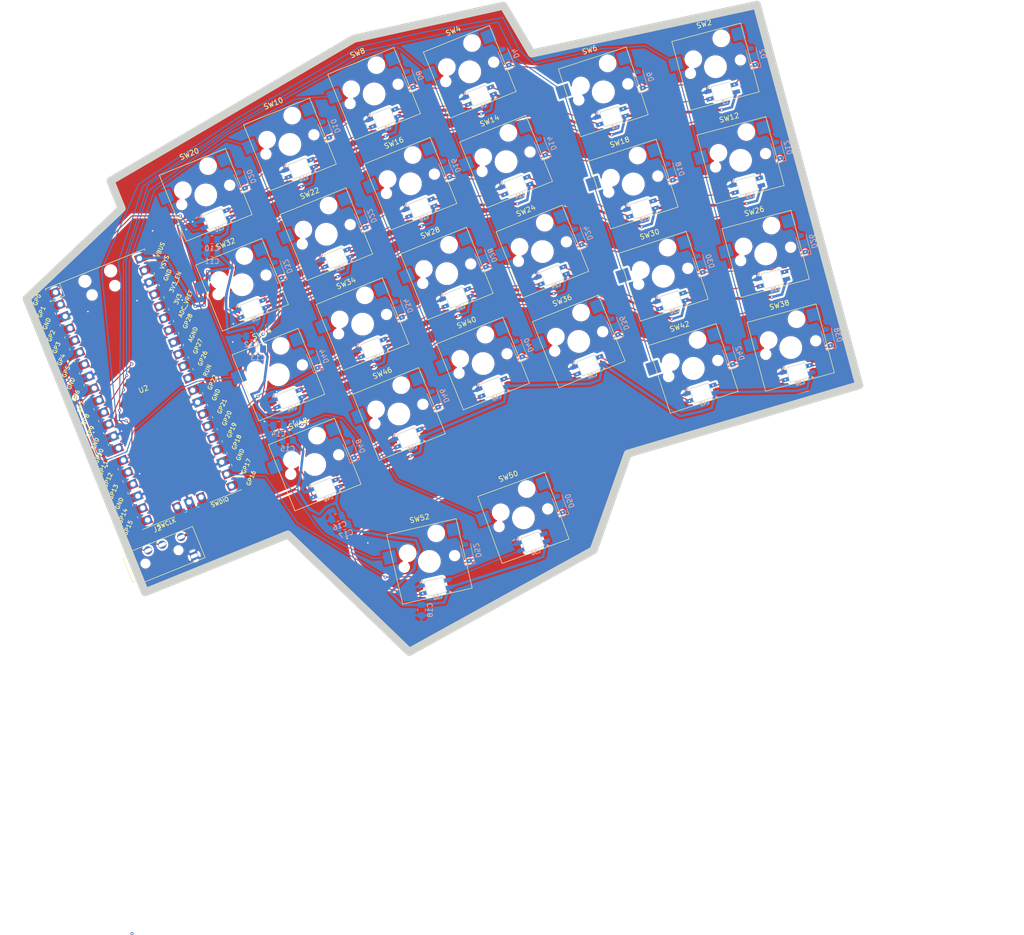
<source format=kicad_pcb>
(kicad_pcb (version 20241229) (generator "pcbnew") (generator_version "9.0")
  (layers (0 "F.Cu" signal) (2 "B.Cu" signal) (13 "F.Paste" user) (15 "B.Paste" user) (5 "F.SilkS" user "F.Silkscreen") (7 "B.SilkS" user "B.Silkscreen") (1 "F.Mask" user) (3 "B.Mask" user) (25 "Edge.Cuts" user))
  (net 0 "")
  (net 1 "R_RX")
  (net 2 "Net-(D8-A)")
  (net 3 "Net-(D10-A)")
  (net 4 "Net-(D12-A)")
  (net 5 "Net-(D14-A)")
  (net 6 "Net-(D2-A)")
  (net 7 "Net-(D4-A)")
  (net 8 "Net-(D6-A)")
  (net 9 "Net-(D16-A)")
  (net 10 "Net-(D18-A)")
  (net 11 "Net-(D20-A)")
  (net 12 "R_C7")
  (net 13 "Net-(D48-A)")
  (net 14 "Net-(D24-A)")
  (net 15 "R_C6")
  (net 16 "Net-(D26-A)")
  (net 17 "Net-(D28-A)")
  (net 18 "R_C8")
  (net 19 "R_C9")
  (net 20 "R_C10")
  (net 21 "R_C11")
  (net 22 "R_R1")
  (net 23 "R_R2")
  (net 24 "R_R0")
  (net 25 "R_R4")
  (net 26 "R_RGB")
  (net 27 "R_R3")
  (net 29 "Net-(D22-A)")
  (net 38 "Net-(D30-A)")
  (net 50 "GND")
  (net 51 "R_VBUS")
  (net 52 "Net-(D32-A)")
  (net 53 "Net-(D34-A)")
  (net 54 "Net-(D36-A)")
  (net 55 "Net-(D38-A)")
  (net 56 "Net-(D40-A)")
  (net 57 "Net-(D42-A)")
  (net 58 "Net-(D44-A)")
  (net 59 "Net-(D46-A)")
  (net 60 "Net-(D52-A)")
  (net 61 "Net-(L2-DIN)")
  (net 62 "Net-(D50-A)")
  (net 63 "Net-(L2-DOUT)")
  (net 64 "Net-(L4-DOUT)")
  (net 65 "Net-(L4-DIN)")
  (net 66 "Net-(L12-DIN)")
  (net 67 "Net-(L10-DIN)")
  (net 68 "Net-(L10-DOUT)")
  (net 69 "Net-(L12-DOUT)")
  (net 70 "Net-(L14-DOUT)")
  (net 71 "Net-(L14-DIN)")
  (net 72 "Net-(L16-DIN)")
  (net 73 "Net-(L22-DIN)")
  (net 74 "Net-(L24-DOUT)")
  (net 75 "Net-(L24-DIN)")
  (net 76 "Net-(L26-DOUT)")
  (net 77 "Net-(L26-DIN)")
  (net 78 "Net-(L28-DIN)")
  (net 79 "Net-(L34-DIN)")
  (net 80 "Net-(L36-DOUT)")
  (net 81 "Net-(L38-DOUT)")
  (net 82 "Net-(L36-DIN)")
  (net 83 "Net-(L38-DIN)")
  (net 84 "Net-(L40-DIN)")
  (net 85 "Net-(L46-DIN)")
  (net 86 "Net-(L50-DIN)")
  (net 95 "R_TX")
  (footprint "CherryMX_PCB_KailhSocket:CherryMX_1.00u_PCB_KailhSocket" (layer "F.Cu") (at 331.845666 79.296158 18)
    (property "Reference" "SW30")
    (property "Value" "CherryMX")
  )
  (footprint "CherryMX_PCB_KailhSocket:CherryMX_1.00u_PCB_KailhSocket" (layer "F.Cu") (at 356.89613 93.302671 15)
    (property "Reference" "SW38")
    (property "Value" "CherryMX")
  )
  (footprint "footprints:PJ-320A" (layer "F.Cu") (at 225.869285 135.10924 22)
    (property "Reference" "J2")
    (property "Value" "L_TRRS")
  )
  (footprint "CherryMX_PCB_KailhSocket:CherryMX_1.00u_PCB_KailhSocket" (layer "F.Cu") (at 275.040833 43.456022 22)
    (property "Reference" "SW8")
    (property "Value" "CherryMX")
  )
  (footprint "CherryMX_PCB_KailhSocket:CherryMX_1.00u_PCB_KailhSocket" (layer "F.Cu") (at 289.31334 78.781732 22)
    (property "Reference" "SW28")
    (property "Value" "CherryMX")
  )
  (footprint "CherryMX_PCB_KailhSocket:CherryMX_1.00u_PCB_KailhSocket" (layer "F.Cu") (at 258.504747 53.381148 22)
    (property "Reference" "SW10")
    (property "Value" "CherryMX")
  )
  (footprint "CherryMX_PCB_KailhSocket:CherryMX_1.00u_PCB_KailhSocket" (layer "F.Cu") (at 296.449604 96.444587 22)
    (property "Reference" "SW40")
    (property "Value" "CherryMX")
  )
  (footprint "CherryMX_PCB_KailhSocket:CherryMX_1.00u_PCB_KailhSocket" (layer "F.Cu") (at 265.64101 71.044003 22)
    (property "Reference" "SW22")
    (property "Value" "CherryMX")
  )
  (footprint "CherryMX_PCB_KailhSocket:CherryMX_1.00u_PCB_KailhSocket" (layer "F.Cu") (at 256.241188 98.631984 22)
    (property "Reference" "SW44")
    (property "Value" "CherryMX")
  )
  (footprint "CherryMX_PCB_KailhSocket:CherryMX_1.00u_PCB_KailhSocket" (layer "F.Cu") (at 337.732439 97.413775 18)
    (property "Reference" "SW42")
    (property "Value" "CherryMX")
  )
  (footprint "CherryMX_PCB_KailhSocket:CherryMX_1.00u_PCB_KailhSocket" (layer "F.Cu") (at 325.958892 61.178522 18)
    (property "Reference" "SW18")
    (property "Value" "CherryMX")
  )
  (footprint "CherryMX_PCB_KailhSocket:CherryMX_1.00u_PCB_KailhSocket" (layer "F.Cu") (at 263.377451 116.29484 22)
    (property "Reference" "SW48")
    (property "Value" "CherryMX")
  )
  (footprint "CherryMX_PCB_KailhSocket:CherryMX_1.00u_PCB_KailhSocket" (layer "F.Cu") (at 272.777273 88.706858 22)
    (property "Reference" "SW34")
    (property "Value" "CherryMX")
  )
  (footprint "CherryMX_PCB_KailhSocket:CherryMX_1.00u_PCB_KailhSocket" (layer "F.Cu") (at 279.913518 106.369713 22)
    (property "Reference" "SW46")
    (property "Value" "CherryMX")
  )
  (footprint "CherryMX_PCB_KailhSocket:CherryMX_1.00u_PCB_KailhSocket" (layer "F.Cu") (at 351.965628 74.90178 15)
    (property "Reference" "SW26")
    (property "Value" "CherryMX")
  )
  (footprint "CherryMX_PCB_KailhSocket:CherryMX_1.00u_PCB_KailhSocket" (layer "F.Cu") (at 249.104943 80.969129 22)
    (property "Reference" "SW32")
    (property "Value" "CherryMX")
  )
  (footprint "CherryMX_PCB_KailhSocket:CherryMX_1.00u_PCB_KailhSocket" (layer "F.Cu") (at 293.830457 39.10864 22)
    (property "Reference" "SW4")
    (property "Value" "CherryMX")
  )
  (footprint "CherryMX_PCB_KailhSocket:CherryMX_1.00u_PCB_KailhSocket" (layer "F.Cu") (at 347.035126 56.50089 15)
    (property "Reference" "SW12")
    (property "Value" "CherryMX")
  )
  (footprint "MCU_RaspberryPi_and_Boards:RPi_Pico_SMD_TH" (layer "F.Cu") (at 229.744 101.504466 22)
    (property "Reference" "U2")
    (property "Value" "Pico")
  )
  (footprint "CherryMX_PCB_KailhSocket:CherryMX_1.00u_PCB_KailhSocket" (layer "F.Cu") (at 304.374461 126.765291 20)
    (property "Reference" "SW50")
    (property "Value" "CherryMX")
  )
  (footprint "CherryMX_PCB_KailhSocket:CherryMX_1.00u_PCB_KailhSocket" (layer "F.Cu") (at 285.912706 135.34282 13)
    (property "Reference" "SW52")
    (property "Value" "CherryMX")
  )
  (footprint "CherryMX_PCB_KailhSocket:CherryMX_1.00u_PCB_KailhSocket" (layer "F.Cu") (at 315.239228 92.097206 22)
    (property "Reference" "SW36")
    (property "Value" "CherryMX")
  )
  (footprint "CherryMX_PCB_KailhSocket:CherryMX_1.00u_PCB_KailhSocket" (layer "F.Cu") (at 342.104624 38.1 15)
    (property "Reference" "SW2")
    (property "Value" "CherryMX")
  )
  (footprint "CherryMX_PCB_KailhSocket:CherryMX_1.00u_PCB_KailhSocket" (layer "F.Cu") (at 241.96868 63.306274 22)
    (property "Reference" "SW20")
    (property "Value" "CherryMX")
  )
  (footprint "CherryMX_PCB_KailhSocket:CherryMX_1.00u_PCB_KailhSocket" (layer "F.Cu") (at 300.96672 56.771495 22)
    (property "Reference" "SW14")
    (property "Value" "CherryMX")
  )
  (footprint "CherryMX_PCB_KailhSocket:CherryMX_1.00u_PCB_KailhSocket" (layer "F.Cu") (at 308.102965 74.43435 22)
    (property "Reference" "SW24")
    (property "Value" "CherryMX")
  )
  (footprint "CherryMX_PCB_KailhSocket:CherryMX_1.00u_PCB_KailhSocket" (layer "F.Cu") (at 282.177096 61.118877 22)
    (property "Reference" "SW16")
    (property "Value" "CherryMX")
  )
  (footprint "CherryMX_PCB_KailhSocket:CherryMX_1.00u_PCB_KailhSocket" (layer "F.Cu") (at 320.072118 43.060905 18)
    (property "Reference" "SW6")
    (property "Value" "CherryMX")
  )
  (footprint "Capacitor_SMD:C_0805_2012Metric_Pad1.18x1.45mm_HandSolder" (layer "B.Cu") (at 256.2645 108.585)
    (property "Reference" "C14")
    (property "Value" "C 10uf")
  )
  (footprint "Diode_SMD:D_SOD-123" (layer "B.Cu") (at 349.464978 36.127799 105)
    (property "Reference" "D2")
    (property "Value" "D")
  )
  (footprint "Capacitor_SMD:C_0805_2012Metric_Pad1.18x1.45mm_HandSolder" (layer "B.Cu") (at 268.986 128.397 20)
    (property "Reference" "C17")
    (property "Value" "C 10uf")
  )
  (footprint "footprints:SK6812-MINI-E" (layer "B.Cu") (at 358.216107 98.228892 -165)
    (property "Reference" "L38")
    (property "Value" "WS2812B" (hide yes))
    (fp_line (start 1.7 1.5) (end -1.7 1.5) (stroke (width 0.12)) (layer "Edge.Cuts"))
    (fp_line (start 1.9 -1.3) (end 1.9 1.3) (stroke (width 0.12)) (layer "Edge.Cuts"))
    (fp_line (start -1.9 1.3) (end -1.9 -1.3) (stroke (width 0.12)) (layer "Edge.Cuts"))
    (fp_line (start -1.7 -1.5) (end 1.7 -1.5) (stroke (width 0.12)) (layer "Edge.Cuts"))
    (fp_arc (start 1.9 1.3) (mid 1.841422 1.441421) (end 1.7 1.5) (stroke (width 0.12)) (layer "Edge.Cuts"))
    (fp_arc (start 1.7 -1.5) (mid 1.841421 -1.441421) (end 1.9 -1.3) (stroke (width 0.12)) (layer "Edge.Cuts"))
    (fp_arc (start -1.7 1.5) (mid -1.841421 1.441421) (end -1.9 1.3) (stroke (width 0.12)) (layer "Edge.Cuts"))
    (fp_arc (start -1.9 -1.3) (mid -1.841421 -1.441421) (end -1.7 -1.5) (stroke (width 0.12)) (layer "Edge.Cuts"))
  )
  (footprint "Diode_SMD:D_SOD-123" (layer "B.Cu") (at 333.205942 58.823813 108)
    (property "Reference" "D18")
    (property "Value" "D")
  )
  (footprint "footprints:SK6812-MINI-E" (layer "B.Cu") (at 310.013458 79.162987 -158)
    (property "Reference" "L24")
    (property "Value" "WS2812B" (hide yes))
    (fp_line (start 1.699999 1.5) (end -1.699999 1.5) (stroke (width 0.12)) (layer "Edge.Cuts"))
    (fp_line (start 1.9 -1.3) (end 1.9 1.3) (stroke (width 0.12)) (layer "Edge.Cuts"))
    (fp_line (start -1.9 1.3) (end -1.9 -1.3) (stroke (width 0.12)) (layer "Edge.Cuts"))
    (fp_line (start -1.699999 -1.5) (end 1.699999 -1.5) (stroke (width 0.12)) (layer "Edge.Cuts"))
    (fp_arc (start 1.9 1.3) (mid 1.841421 1.441421) (end 1.699999 1.5) (stroke (width 0.12)) (layer "Edge.Cuts"))
    (fp_arc (start 1.699999 -1.5) (mid 1.841421 -1.441422) (end 1.9 -1.3) (stroke (width 0.12)) (layer "Edge.Cuts"))
    (fp_arc (start -1.699999 1.5) (mid -1.84142 1.441422) (end -1.9 1.3) (stroke (width 0.12)) (layer "Edge.Cuts"))
    (fp_arc (start -1.9 -1.3) (mid -1.841421 -1.441421) (end -1.699999 -1.5) (stroke (width 0.12)) (layer "Edge.Cuts"))
  )
  (footprint "Diode_SMD:D_SOD-123" (layer "B.Cu") (at 286.978658 103.515211 112)
    (property "Reference" "D46")
    (property "Value" "D")
  )
  (footprint "footprints:SK6812-MINI-E" (layer "B.Cu") (at 260.41524 58.109785 -158)
    (property "Reference" "L10")
    (property "Value" "WS2812B" (hide yes))
    (fp_line (start 1.699999 1.5) (end -1.699999 1.5) (stroke (width 0.12)) (layer "Edge.Cuts"))
    (fp_line (start 1.9 -1.3) (end 1.9 1.3) (stroke (width 0.12)) (layer "Edge.Cuts"))
    (fp_line (start -1.9 1.3) (end -1.9 -1.3) (stroke (width 0.12)) (layer "Edge.Cuts"))
    (fp_line (start -1.699999 -1.5) (end 1.699999 -1.5) (stroke (width 0.12)) (layer "Edge.Cuts"))
    (fp_arc (start 1.9 1.3) (mid 1.841421 1.441421) (end 1.699999 1.5) (stroke (width 0.12)) (layer "Edge.Cuts"))
    (fp_arc (start 1.699999 -1.5) (mid 1.841421 -1.441422) (end 1.9 -1.3) (stroke (width 0.12)) (layer "Edge.Cuts"))
    (fp_arc (start -1.699999 1.5) (mid -1.84142 1.441422) (end -1.9 1.3) (stroke (width 0.12)) (layer "Edge.Cuts"))
    (fp_arc (start -1.9 -1.3) (mid -1.841421 -1.441421) (end -1.699999 -1.5) (stroke (width 0.12)) (layer "Edge.Cuts"))
  )
  (footprint "footprints:SK6812-MINI-E" (layer "B.Cu") (at 317.149721 96.825843 -158)
    (property "Reference" "L36")
    (property "Value" "WS2812B" (hide yes))
    (fp_line (start 1.699999 1.5) (end -1.699999 1.5) (stroke (width 0.12)) (layer "Edge.Cuts"))
    (fp_line (start 1.9 -1.3) (end 1.9 1.3) (stroke (width 0.12)) (layer "Edge.Cuts"))
    (fp_line (start -1.9 1.3) (end -1.9 -1.3) (stroke (width 0.12)) (layer "Edge.Cuts"))
    (fp_line (start -1.699999 -1.5) (end 1.699999 -1.5) (stroke (width 0.12)) (layer "Edge.Cuts"))
    (fp_arc (start 1.9 1.3) (mid 1.841421 1.441421) (end 1.699999 1.5) (stroke (width 0.12)) (layer "Edge.Cuts"))
    (fp_arc (start 1.699999 -1.5) (mid 1.841421 -1.441422) (end 1.9 -1.3) (stroke (width 0.12)) (layer "Edge.Cuts"))
    (fp_arc (start -1.699999 1.5) (mid -1.84142 1.441422) (end -1.9 1.3) (stroke (width 0.12)) (layer "Edge.Cuts"))
    (fp_arc (start -1.9 -1.3) (mid -1.841421 -1.441421) (end -1.699999 -1.5) (stroke (width 0.12)) (layer "Edge.Cuts"))
  )
  (footprint "Capacitor_SMD:C_0805_2012Metric_Pad1.18x1.45mm_HandSolder" (layer "B.Cu") (at 284.353 144.907 90)
    (property "Reference" "C18")
    (property "Value" "C 10uf")
  )
  (footprint "footprints:SK6812-MINI-E" (layer "B.Cu") (at 327.534878 66.02891 -162)
    (property "Reference" "L18")
    (property "Value" "WS2812B" (hide yes))
    (fp_line (start 1.7 1.5) (end -1.7 1.5) (stroke (width 0.12)) (layer "Edge.Cuts"))
    (fp_line (start 1.9 -1.3) (end 1.9 1.3) (stroke (width 0.12)) (layer "Edge.Cuts"))
    (fp_line (start -1.9 1.3) (end -1.9 -1.3) (stroke (width 0.12)) (layer "Edge.Cuts"))
    (fp_line (start -1.7 -1.5) (end 1.7 -1.5) (stroke (width 0.12)) (layer "Edge.Cuts"))
    (fp_arc (start 1.9 1.3) (mid 1.841422 1.441421) (end 1.7 1.5) (stroke (width 0.12)) (layer "Edge.Cuts"))
    (fp_arc (start 1.7 -1.5) (mid 1.841421 -1.441422) (end 1.9 -1.3) (stroke (width 0.12)) (layer "Edge.Cuts"))
    (fp_arc (start -1.7 1.5) (mid -1.841421 1.441421) (end -1.9 1.3) (stroke (width 0.12)) (layer "Edge.Cuts"))
    (fp_arc (start -1.9 -1.3) (mid -1.841421 -1.441421) (end -1.7 -1.5) (stroke (width 0.12)) (layer "Edge.Cuts"))
  )
  (footprint "footprints:SK6812-MINI-E" (layer "B.Cu") (at 343.424601 43.026221 -165)
    (property "Reference" "L2")
    (property "Value" "WS2812B" (hide yes))
    (fp_line (start 1.7 1.5) (end -1.7 1.5) (stroke (width 0.12)) (layer "Edge.Cuts"))
    (fp_line (start 1.9 -1.3) (end 1.9 1.3) (stroke (width 0.12)) (layer "Edge.Cuts"))
    (fp_line (start -1.9 1.3) (end -1.9 -1.3) (stroke (width 0.12)) (layer "Edge.Cuts"))
    (fp_line (start -1.7 -1.5) (end 1.7 -1.5) (stroke (width 0.12)) (layer "Edge.Cuts"))
    (fp_arc (start 1.9 1.3) (mid 1.841422 1.441421) (end 1.7 1.5) (stroke (width 0.12)) (layer "Edge.Cuts"))
    (fp_arc (start 1.7 -1.5) (mid 1.841421 -1.441421) (end 1.9 -1.3) (stroke (width 0.12)) (layer "Edge.Cuts"))
    (fp_arc (start -1.7 1.5) (mid -1.841421 1.441421) (end -1.9 1.3) (stroke (width 0.12)) (layer "Edge.Cuts"))
    (fp_arc (start -1.9 -1.3) (mid -1.841421 -1.441421) (end -1.7 -1.5) (stroke (width 0.12)) (layer "Edge.Cuts"))
  )
  (footprint "footprints:SK6812-MINI-E" (layer "B.Cu") (at 287.059956 140.312107 -167)
    (property "Reference" "L52")
    (property "Value" "WS2812B" (hide yes))
    (fp_line (start 1.7 1.5) (end -1.7 1.5) (stroke (width 0.12)) (layer "Edge.Cuts"))
    (fp_line (start 1.9 -1.3) (end 1.9 1.3) (stroke (width 0.12)) (layer "Edge.Cuts"))
    (fp_line (start -1.9 1.3) (end -1.9 -1.3) (stroke (width 0.12)) (layer "Edge.Cuts"))
    (fp_line (start -1.7 -1.5) (end 1.7 -1.5) (stroke (width 0.12)) (layer "Edge.Cuts"))
    (fp_arc (start 1.9 1.3) (mid 1.841421 1.441421) (end 1.7 1.5) (stroke (width 0.12)) (layer "Edge.Cuts"))
    (fp_arc (start 1.7 -1.5) (mid 1.841422 -1.441421) (end 1.9 -1.3) (stroke (width 0.12)) (layer "Edge.Cuts"))
    (fp_arc (start -1.7 1.5) (mid -1.841422 1.441421) (end -1.9 1.3) (stroke (width 0.12)) (layer "Edge.Cuts"))
    (fp_arc (start -1.9 -1.3) (mid -1.841421 -1.441421) (end -1.7 -1.5) (stroke (width 0.12)) (layer "Edge.Cuts"))
  )
  (footprint "Diode_SMD:D_SOD-123" (layer "B.Cu") (at 293.337405 133.628693 103)
    (property "Reference" "D52")
    (property "Value" "D")
  )
  (footprint "Capacitor_SMD:C_0805_2012Metric_Pad1.18x1.45mm_HandSolder" (layer "B.Cu") (at 267.716 126.746 20)
    (property "Reference" "C16")
    (property "Value" "C 10uf")
  )
  (footprint "Diode_SMD:D_SOD-123" (layer "B.Cu") (at 344.979489 95.059066 108)
    (property "Reference" "D42")
    (property "Value" "D")
  )
  (footprint "Diode_SMD:D_SOD-123" (layer "B.Cu") (at 303.514744 93.590085 112)
    (property "Reference" "D40")
    (property "Value" "D")
  )
  (footprint "footprints:SK6812-MINI-E" (layer "B.Cu") (at 276.951326 48.184659 -158)
    (property "Reference" "L8")
    (property "Value" "WS2812B" (hide yes))
    (fp_line (start 1.699999 1.5) (end -1.699999 1.5) (stroke (width 0.12)) (layer "Edge.Cuts"))
    (fp_line (start 1.9 -1.3) (end 1.9 1.3) (stroke (width 0.12)) (layer "Edge.Cuts"))
    (fp_line (start -1.9 1.3) (end -1.9 -1.3) (stroke (width 0.12)) (layer "Edge.Cuts"))
    (fp_line (start -1.699999 -1.5) (end 1.699999 -1.5) (stroke (width 0.12)) (layer "Edge.Cuts"))
    (fp_arc (start 1.9 1.3) (mid 1.841421 1.441421) (end 1.699999 1.5) (stroke (width 0.12)) (layer "Edge.Cuts"))
    (fp_arc (start 1.699999 -1.5) (mid 1.841421 -1.441422) (end 1.9 -1.3) (stroke (width 0.12)) (layer "Edge.Cuts"))
    (fp_arc (start -1.699999 1.5) (mid -1.84142 1.441422) (end -1.9 1.3) (stroke (width 0.12)) (layer "Edge.Cuts"))
    (fp_arc (start -1.9 -1.3) (mid -1.841421 -1.441421) (end -1.699999 -1.5) (stroke (width 0.12)) (layer "Edge.Cuts"))
  )
  (footprint "Diode_SMD:D_SOD-123" (layer "B.Cu") (at 339.092716 76.941449 108)
    (property "Reference" "D30")
    (property "Value" "D")
  )
  (footprint "Diode_SMD:D_SOD-123" (layer "B.Cu") (at 256.170083 78.114627 112)
    (property "Reference" "D32")
    (property "Value" "D")
  )
  (footprint "footprints:SK6812-MINI-E" (layer "B.Cu") (at 274.687766 93.435495 -158)
    (property "Reference" "L34")
    (property "Value" "WS2812B" (hide yes))
    (fp_line (start 1.699999 1.5) (end -1.699999 1.5) (stroke (width 0.12)) (layer "Edge.Cuts"))
    (fp_line (start 1.9 -1.3) (end 1.9 1.3) (stroke (width 0.12)) (layer "Edge.Cuts"))
    (fp_line (start -1.9 1.3) (end -1.9 -1.3) (stroke (width 0.12)) (layer "Edge.Cuts"))
    (fp_line (start -1.699999 -1.5) (end 1.699999 -1.5) (stroke (width 0.12)) (layer "Edge.Cuts"))
    (fp_arc (start 1.9 1.3) (mid 1.841421 1.441421) (end 1.699999 1.5) (stroke (width 0.12)) (layer "Edge.Cuts"))
    (fp_arc (start 1.699999 -1.5) (mid 1.841421 -1.441422) (end 1.9 -1.3) (stroke (width 0.12)) (layer "Edge.Cuts"))
    (fp_arc (start -1.699999 1.5) (mid -1.84142 1.441422) (end -1.9 1.3) (stroke (width 0.12)) (layer "Edge.Cuts"))
    (fp_arc (start -1.9 -1.3) (mid -1.841421 -1.441421) (end -1.699999 -1.5) (stroke (width 0.12)) (layer "Edge.Cuts"))
  )
  (footprint "footprints:SK6812-MINI-E" (layer "B.Cu") (at 265.287944 121.023477 -158)
    (property "Reference" "L48")
    (property "Value" "WS2812B" (hide yes))
    (fp_line (start 1.699999 1.5) (end -1.7 1.5) (stroke (width 0.12)) (layer "Edge.Cuts"))
    (fp_line (start 1.9 -1.3) (end 1.9 1.3) (stroke (width 0.12)) (layer "Edge.Cuts"))
    (fp_line (start -1.9 1.3) (end -1.9 -1.3) (stroke (width 0.12)) (layer "Edge.Cuts"))
    (fp_line (start -1.699999 -1.5) (end 1.7 -1.5) (stroke (width 0.12)) (layer "Edge.Cuts"))
    (fp_arc (start 1.9 1.3) (mid 1.841421 1.441421) (end 1.699999 1.5) (stroke (width 0.12)) (layer "Edge.Cuts"))
    (fp_arc (start 1.7 -1.5) (mid 1.841421 -1.441421) (end 1.9 -1.3) (stroke (width 0.12)) (layer "Edge.Cuts"))
    (fp_arc (start -1.7 1.5) (mid -1.841421 1.44142) (end -1.9 1.3) (stroke (width 0.12)) (layer "Edge.Cuts"))
    (fp_arc (start -1.9 -1.3) (mid -1.841421 -1.441421) (end -1.699999 -1.5) (stroke (width 0.12)) (layer "Edge.Cuts"))
  )
  (footprint "footprints:SK6812-MINI-E" (layer "B.Cu") (at 339.308425 102.264163 -162)
    (property "Reference" "L42")
    (property "Value" "WS2812B" (hide yes))
    (fp_line (start 1.7 1.5) (end -1.7 1.5) (stroke (width 0.12)) (layer "Edge.Cuts"))
    (fp_line (start 1.9 -1.3) (end 1.9 1.3) (stroke (width 0.12)) (layer "Edge.Cuts"))
    (fp_line (start -1.9 1.3) (end -1.9 -1.3) (stroke (width 0.12)) (layer "Edge.Cuts"))
    (fp_line (start -1.7 -1.5) (end 1.7 -1.5) (stroke (width 0.12)) (layer "Edge.Cuts"))
    (fp_arc (start 1.9 1.3) (mid 1.841422 1.441421) (end 1.7 1.5) (stroke (width 0.12)) (layer "Edge.Cuts"))
    (fp_arc (start 1.7 -1.5) (mid 1.841421 -1.441422) (end 1.9 -1.3) (stroke (width 0.12)) (layer "Edge.Cuts"))
    (fp_arc (start -1.7 1.5) (mid -1.841421 1.441421) (end -1.9 1.3) (stroke (width 0.12)) (layer "Edge.Cuts"))
    (fp_arc (start -1.9 -1.3) (mid -1.841421 -1.441421) (end -1.7 -1.5) (stroke (width 0.12)) (layer "Edge.Cuts"))
  )
  (footprint "Diode_SMD:D_SOD-123" (layer "B.Cu") (at 279.842413 85.852356 112)
    (property "Reference" "D34")
    (property "Value" "D")
  )
  (footprint "footprints:SK6812-MINI-E" (layer "B.Cu") (at 281.824011 111.09835 -158)
    (property "Reference" "L46")
    (property "Value" "WS2812B" (hide yes))
    (fp_line (start 1.699999 1.5) (end -1.699999 1.5) (stroke (width 0.12)) (layer "Edge.Cuts"))
    (fp_line (start 1.9 -1.3) (end 1.9 1.3) (stroke (width 0.12)) (layer "Edge.Cuts"))
    (fp_line (start -1.9 1.3) (end -1.9 -1.3) (stroke (width 0.12)) (layer "Edge.Cuts"))
    (fp_line (start -1.699999 -1.5) (end 1.699999 -1.5) (stroke (width 0.12)) (layer "Edge.Cuts"))
    (fp_arc (start 1.9 1.3) (mid 1.841421 1.441421) (end 1.699999 1.5) (stroke (width 0.12)) (layer "Edge.Cuts"))
    (fp_arc (start 1.699999 -1.5) (mid 1.841421 -1.441422) (end 1.9 -1.3) (stroke (width 0.12)) (layer "Edge.Cuts"))
    (fp_arc (start -1.699999 1.5) (mid -1.84142 1.441422) (end -1.9 1.3) (stroke (width 0.12)) (layer "Edge.Cuts"))
    (fp_arc (start -1.9 -1.3) (mid -1.841421 -1.441421) (end -1.699999 -1.5) (stroke (width 0.12)) (layer "Edge.Cuts"))
  )
  (footprint "Diode_SMD:D_SOD-123" (layer "B.Cu") (at 322.304368 89.242704 112)
    (property "Reference" "D36")
    (property "Value" "D")
  )
  (footprint "Capacitor_SMD:C_0805_2012Metric_Pad1.18x1.45mm_HandSolder" (layer "B.Cu") (at 252.2005 93.599)
    (property "Reference" "C13")
    (property "Value" "C 10uf")
  )
  (footprint "Diode_SMD:D_SOD-123" (layer "B.Cu") (at 265.569887 50.526646 112)
    (property "Reference" "D10")
    (property "Value" "D")
  )
  (footprint "Capacitor_SMD:C_0805_2012Metric_Pad1.18x1.45mm_HandSolder" (layer "B.Cu") (at 258.064 111.506)
    (property "Reference" "C15")
    (property "Value" "C 10uf")
  )
  (footprint "footprints:SK6812-MINI-E" (layer "B.Cu") (at 284.087589 65.847514 -158)
    (property "Reference" "L16")
    (property "Value" "WS2812B" (hide yes))
    (fp_line (start 1.699999 1.5) (end -1.699999 1.5) (stroke (width 0.12)) (layer "Edge.Cuts"))
    (fp_line (start 1.9 -1.3) (end 1.9 1.3) (stroke (width 0.12)) (layer "Edge.Cuts"))
    (fp_line (start -1.9 1.3) (end -1.9 -1.3) (stroke (width 0.12)) (layer "Edge.Cuts"))
    (fp_line (start -1.699999 -1.5) (end 1.699999 -1.5) (stroke (width 0.12)) (layer "Edge.Cuts"))
    (fp_arc (start 1.9 1.3) (mid 1.841421 1.441421) (end 1.699999 1.5) (stroke (width 0.12)) (layer "Edge.Cuts"))
    (fp_arc (start 1.699999 -1.5) (mid 1.841421 -1.441422) (end 1.9 -1.3) (stroke (width 0.12)) (layer "Edge.Cuts"))
    (fp_arc (start -1.699999 1.5) (mid -1.84142 1.441422) (end -1.9 1.3) (stroke (width 0.12)) (layer "Edge.Cuts"))
    (fp_arc (start -1.9 -1.3) (mid -1.841421 -1.441421) (end -1.699999 -1.5) (stroke (width 0.12)) (layer "Edge.Cuts"))
  )
  (footprint "footprints:SK6812-MINI-E" (layer "B.Cu") (at 243.879173 68.034911 -158)
    (property "Reference" "L20")
    (property "Value" "WS2812B" (hide yes))
    (fp_line (start 1.699999 1.5) (end -1.7 1.5) (stroke (width 0.12)) (layer "Edge.Cuts"))
    (fp_line (start 1.9 -1.3) (end 1.9 1.3) (stroke (width 0.12)) (layer "Edge.Cuts"))
    (fp_line (start -1.9 1.3) (end -1.9 -1.3) (stroke (width 0.12)) (layer "Edge.Cuts"))
    (fp_line (start -1.699999 -1.5) (end 1.7 -1.5) (stroke (width 0.12)) (layer "Edge.Cuts"))
    (fp_arc (start 1.9 1.3) (mid 1.841421 1.441421) (end 1.699999 1.5) (stroke (width 0.12)) (layer "Edge.Cuts"))
    (fp_arc (start 1.7 -1.5) (mid 1.841421 -1.441421) (end 1.9 -1.3) (stroke (width 0.12)) (layer "Edge.Cuts"))
    (fp_arc (start -1.7 1.5) (mid -1.841421 1.44142) (end -1.9 1.3) (stroke (width 0.12)) (layer "Edge.Cuts"))
    (fp_arc (start -1.9 -1.3) (mid -1.841421 -1.441421) (end -1.699999 -1.5) (stroke (width 0.12)) (layer "Edge.Cuts"))
  )
  (footprint "footprints:SK6812-MINI-E" (layer "B.Cu") (at 321.648104 47.911293 -162)
    (property "Reference" "L6")
    (property "Value" "WS2812B" (hide yes))
    (fp_line (start 1.7 1.5) (end -1.7 1.5) (stroke (width 0.12)) (layer "Edge.Cuts"))
    (fp_line (start 1.9 -1.3) (end 1.9 1.3) (stroke (width 0.12)) (layer "Edge.Cuts"))
    (fp_line (start -1.9 1.3) (end -1.9 -1.3) (stroke (width 0.12)) (layer "Edge.Cuts"))
    (fp_line (start -1.7 -1.5) (end 1.7 -1.5) (stroke (width 0.12)) (layer "Edge.Cuts"))
    (fp_arc (start 1.9 1.3) (mid 1.841422 1.441421) (end 1.7 1.5) (stroke (width 0.12)) (layer "Edge.Cuts"))
    (fp_arc (start 1.7 -1.5) (mid 1.841421 -1.441422) (end 1.9 -1.3) (stroke (width 0.12)) (layer "Edge.Cuts"))
    (fp_arc (start -1.7 1.5) (mid -1.841421 1.441421) (end -1.9 1.3) (stroke (width 0.12)) (layer "Edge.Cuts"))
    (fp_arc (start -1.9 -1.3) (mid -1.841421 -1.441421) (end -1.7 -1.5) (stroke (width 0.12)) (layer "Edge.Cuts"))
  )
  (footprint "Diode_SMD:D_SOD-123" (layer "B.Cu") (at 272.70615 68.189501 112)
    (property "Reference" "D22")
    (property "Value" "D")
  )
  (footprint "Diode_SMD:D_SOD-123" (layer "B.Cu") (at 308.03186 53.916993 112)
    (property "Reference" "D14")
    (property "Value" "D")
  )
  (footprint "footprints:SK6812-MINI-E" (layer "B.Cu") (at 348.355103 61.427111 -165)
    (property "Reference" "L12")
    (property "Value" "WS2812B" (hide yes))
    (fp_line (start 1.7 1.5) (end -1.7 1.5) (stroke (width 0.12)) (layer "Edge.Cuts"))
    (fp_line (start 1.9 -1.3) (end 1.9 1.3) (stroke (width 0.12)) (layer "Edge.Cuts"))
    (fp_line (start -1.9 1.3) (end -1.9 -1.3) (stroke (width 0.12)) (layer "Edge.Cuts"))
    (fp_line (start -1.7 -1.5) (end 1.7 -1.5) (stroke (width 0.12)) (layer "Edge.Cuts"))
    (fp_arc (start 1.9 1.3) (mid 1.841422 1.441421) (end 1.7 1.5) (stroke (width 0.12)) (layer "Edge.Cuts"))
    (fp_arc (start 1.7 -1.5) (mid 1.841421 -1.441421) (end 1.9 -1.3) (stroke (width 0.12)) (layer "Edge.Cuts"))
    (fp_arc (start -1.7 1.5) (mid -1.841421 1.441421) (end -1.9 1.3) (stroke (width 0.12)) (layer "Edge.Cuts"))
    (fp_arc (start -1.9 -1.3) (mid -1.841421 -1.441421) (end -1.7 -1.5) (stroke (width 0.12)) (layer "Edge.Cuts"))
  )
  (footprint "footprints:SK6812-MINI-E" (layer "B.Cu") (at 306.118763 131.557723 -160)
    (property "Reference" "L50")
    (property "Value" "WS2812B" (hide yes))
    (fp_line (start 1.7 1.5) (end -1.7 1.5) (stroke (width 0.12)) (layer "Edge.Cuts"))
    (fp_line (start 1.9 -1.3) (end 1.9 1.3) (stroke (width 0.12)) (layer "Edge.Cuts"))
    (fp_line (start -1.9 1.3) (end -1.9 -1.3) (stroke (width 0.12)) (layer "Edge.Cuts"))
    (fp_line (start -1.7 -1.5) (end 1.7 -1.5) (stroke (width 0.12)) (layer "Edge.Cuts"))
    (fp_arc (start 1.9 1.3) (mid 1.841422 1.441422) (end 1.7 1.5) (stroke (width 0.12)) (layer "Edge.Cuts"))
    (fp_arc (start 1.7 -1.5) (mid 1.84142 -1.441421) (end 1.9 -1.3) (stroke (width 0.12)) (layer "Edge.Cuts"))
    (fp_arc (start -1.7 1.5) (mid -1.841421 1.441421) (end -1.9 1.3) (stroke (width 0.12)) (layer "Edge.Cuts"))
    (fp_arc (start -1.9 -1.3) (mid -1.841421 -1.44142) (end -1.7 -1.5) (stroke (width 0.12)) (layer "Edge.Cuts"))
  )
  (footprint "Diode_SMD:D_SOD-123" (layer "B.Cu") (at 311.534918 124.159098 110)
    (property "Reference" "D50")
    (property "Value" "D")
  )
  (footprint "footprints:SK6812-MINI-E" (layer "B.Cu") (at 291.223833 83.510369 -158)
    (property "Reference" "L28")
    (property "Value" "WS2812B" (hide yes))
    (fp_line (start 1.699999 1.5) (end -1.699999 1.5) (stroke (width 0.12)) (layer "Edge.Cuts"))
    (fp_line (start 1.9 -1.3) (end 1.9 1.3) (stroke (width 0.12)) (layer "Edge.Cuts"))
    (fp_line (start -1.9 1.3) (end -1.9 -1.3) (stroke (width 0.12)) (layer "Edge.Cuts"))
    (fp_line (start -1.699999 -1.5) (end 1.699999 -1.5) (stroke (width 0.12)) (layer "Edge.Cuts"))
    (fp_arc (start 1.9 1.3) (mid 1.841421 1.441421) (end 1.699999 1.5) (stroke (width 0.12)) (layer "Edge.Cuts"))
    (fp_arc (start 1.699999 -1.5) (mid 1.841421 -1.441422) (end 1.9 -1.3) (stroke (width 0.12)) (layer "Edge.Cuts"))
    (fp_arc (start -1.699999 1.5) (mid -1.84142 1.441422) (end -1.9 1.3) (stroke (width 0.12)) (layer "Edge.Cuts"))
    (fp_arc (start -1.9 -1.3) (mid -1.841421 -1.441421) (end -1.699999 -1.5) (stroke (width 0.12)) (layer "Edge.Cuts"))
  )
  (footprint "Diode_SMD:D_SOD-123" (layer "B.Cu") (at 354.39548 54.528689 105)
    (property "Reference" "D12")
    (property "Value" "D")
  )
  (footprint "footprints:SK6812-MINI-E" (layer "B.Cu") (at 258.151681 103.360621 -158)
    (property "Reference" "L44")
    (property "Value" "WS2812B" (hide yes))
    (fp_line (start 1.699999 1.5) (end -1.7 1.5) (stroke (width 0.12)) (layer "Edge.Cuts"))
    (fp_line (start 1.9 -1.3) (end 1.9 1.3) (stroke (width 0.12)) (layer "Edge.Cuts"))
    (fp_line (start -1.9 1.3) (end -1.9 -1.3) (stroke (width 0.12)) (layer "Edge.Cuts"))
    (fp_line (start -1.699999 -1.5) (end 1.7 -1.5) (stroke (width 0.12)) (layer "Edge.Cuts"))
    (fp_arc (start 1.9 1.3) (mid 1.841421 1.441421) (end 1.699999 1.5) (stroke (width 0.12)) (layer "Edge.Cuts"))
    (fp_arc (start 1.7 -1.5) (mid 1.841421 -1.441421) (end 1.9 -1.3) (stroke (width 0.12)) (layer "Edge.Cuts"))
    (fp_arc (start -1.7 1.5) (mid -1.841421 1.44142) (end -1.9 1.3) (stroke (width 0.12)) (layer "Edge.Cuts"))
    (fp_arc (start -1.9 -1.3) (mid -1.841421 -1.441421) (end -1.699999 -1.5) (stroke (width 0.12)) (layer "Edge.Cuts"))
  )
  (footprint "Diode_SMD:D_SOD-123" (layer "B.Cu") (at 249.03382 60.451772 112)
    (property "Reference" "D20")
    (property "Value" "D")
  )
  (footprint "Diode_SMD:D_SOD-123" (layer "B.Cu") (at 263.306328 95.777482 112)
    (property "Reference" "D44")
    (property "Value" "D")
  )
  (footprint "Diode_SMD:D_SOD-123" (layer "B.Cu") (at 300.895597 36.254138 112)
    (property "Reference" "D4")
    (property "Value" "D")
  )
  (footprint "footprints:SK6812-MINI-E" (layer "B.Cu") (at 295.74095 43.837277 -158)
    (property "Reference" "L4")
    (property "Value" "WS2812B" (hide yes))
    (fp_line (start 1.699999 1.5) (end -1.699999 1.5) (stroke (width 0.12)) (layer "Edge.Cuts"))
    (fp_line (start 1.9 -1.3) (end 1.9 1.3) (stroke (width 0.12)) (layer "Edge.Cuts"))
    (fp_line (start -1.9 1.3) (end -1.9 -1.3) (stroke (width 0.12)) (layer "Edge.Cuts"))
    (fp_line (start -1.699999 -1.5) (end 1.699999 -1.5) (stroke (width 0.12)) (layer "Edge.Cuts"))
    (fp_arc (start 1.9 1.3) (mid 1.841421 1.441421) (end 1.699999 1.5) (stroke (width 0.12)) (layer "Edge.Cuts"))
    (fp_arc (start 1.699999 -1.5) (mid 1.841421 -1.441422) (end 1.9 -1.3) (stroke (width 0.12)) (layer "Edge.Cuts"))
    (fp_arc (start -1.699999 1.5) (mid -1.84142 1.441422) (end -1.9 1.3) (stroke (width 0.12)) (layer "Edge.Cuts"))
    (fp_arc (start -1.9 -1.3) (mid -1.841421 -1.441421) (end -1.699999 -1.5) (stroke (width 0.12)) (layer "Edge.Cuts"))
  )
  (footprint "Diode_SMD:D_SOD-123" (layer "B.Cu") (at 327.319168 40.706196 108)
    (property "Reference" "D6")
    (property "Value" "D")
  )
  (footprint "footprints:SK6812-MINI-E" (layer "B.Cu") (at 298.360097 101.173224 -158)
    (property "Reference" "L40")
    (property "Value" "WS2812B" (hide yes))
    (fp_line (start 1.699999 1.5) (end -1.699999 1.5) (stroke (width 0.12)) (layer "Edge.Cuts"))
    (fp_line (start 1.9 -1.3) (end 1.9 1.3) (stroke (width 0.12)) (layer "Edge.Cuts"))
    (fp_line (start -1.9 1.3) (end -1.9 -1.3) (stroke (width 0.12)) (layer "Edge.Cuts"))
    (fp_line (start -1.699999 -1.5) (end 1.699999 -1.5) (stroke (width 0.12)) (layer "Edge.Cuts"))
    (fp_arc (start 1.9 1.3) (mid 1.841421 1.441421) (end 1.699999 1.5) (stroke (width 0.12)) (layer "Edge.Cuts"))
    (fp_arc (start 1.699999 -1.5) (mid 1.841421 -1.441422) (end 1.9 -1.3) (stroke (width 0.12)) (layer "Edge.Cuts"))
    (fp_arc (start -1.699999 1.5) (mid -1.84142 1.441422) (end -1.9 1.3) (stroke (width 0.12)) (layer "Edge.Cuts"))
    (fp_arc (start -1.9 -1.3) (mid -1.841421 -1.441421) (end -1.699999 -1.5) (stroke (width 0.12)) (layer "Edge.Cuts"))
  )
  (footprint "Capacitor_SMD:C_0805_2012Metric_Pad1.18x1.45mm_HandSolder" (layer "B.Cu") (at 243.205 74.676)
    (property "Reference" "C11")
    (property "Value" "C 10uf")
  )
  (footprint "footprints:SK6812-MINI-E" (layer "B.Cu") (at 251.015436 85.697766 -158)
    (property "Reference" "L32")
    (property "Value" "WS2812B" (hide yes))
    (fp_line (start 1.699999 1.5) (end -1.7 1.5) (stroke (width 0.12)) (layer "Edge.Cuts"))
    (fp_line (start 1.9 -1.3) (end 1.9 1.3) (stroke (width 0.12)) (layer "Edge.Cuts"))
    (fp_line (start -1.9 1.3) (end -1.9 -1.3) (stroke (width 0.12)) (layer "Edge.Cuts"))
    (fp_line (start -1.699999 -1.5) (end 1.7 -1.5) (stroke (width 0.12)) (layer "Edge.Cuts"))
    (fp_arc (start 1.9 1.3) (mid 1.841421 1.441421) (end 1.699999 1.5) (stroke (width 0.12)) (layer "Edge.Cuts"))
    (fp_arc (start 1.7 -1.5) (mid 1.841421 -1.441421) (end 1.9 -1.3) (stroke (width 0.12)) (layer "Edge.Cuts"))
    (fp_arc (start -1.7 1.5) (mid -1.841421 1.44142) (end -1.9 1.3) (stroke (width 0.12)) (layer "Edge.Cuts"))
    (fp_arc (start -1.9 -1.3) (mid -1.841421 -1.441421) (end -1.699999 -1.5) (stroke (width 0.12)) (layer "Edge.Cuts"))
  )
  (footprint "Diode_SMD:D_SOD-123" (layer "B.Cu") (at 364.256484 91.33047 105)
    (property "Reference" "D38")
    (property "Value" "D")
  )
  (footprint "Diode_SMD:D_SOD-123" (layer "B.Cu") (at 296.37848 75.92723 112)
    (property "Reference" "D28")
    (property "Value" "D")
  )
  (footprint "Capacitor_SMD:C_0805_2012Metric_Pad1.18x1.45mm_HandSolder" (layer "B.Cu") (at 250.952 91.059)
    (property "Reference" "C12")
    (property "Value" "C 10uf")
  )
  (footprint "Diode_SMD:D_SOD-123" (layer "B.Cu") (at 282.105973 40.60152 112)
    (property "Reference" "D8")
    (property "Value" "D")
  )
  (footprint "footprints:SK6812-MINI-E" (layer "B.Cu") (at 353.285605 79.828001 -165)
    (property "Reference" "L26")
    (property "Value" "WS2812B" (hide yes))
    (fp_line (start 1.7 1.5) (end -1.7 1.5) (stroke (width 0.12)) (layer "Edge.Cuts"))
    (fp_line (start 1.9 -1.3) (end 1.9 1.3) (stroke (width 0.12)) (layer "Edge.Cuts"))
    (fp_line (start -1.9 1.3) (end -1.9 -1.3) (stroke (width 0.12)) (layer "Edge.Cuts"))
    (fp_line (start -1.7 -1.5) (end 1.7 -1.5) (stroke (width 0.12)) (layer "Edge.Cuts"))
    (fp_arc (start 1.9 1.3) (mid 1.841422 1.441421) (end 1.7 1.5) (stroke (width 0.12)) (layer "Edge.Cuts"))
    (fp_arc (start 1.7 -1.5) (mid 1.841421 -1.441421) (end 1.9 -1.3) (stroke (width 0.12)) (layer "Edge.Cuts"))
    (fp_arc (start -1.7 1.5) (mid -1.841421 1.441421) (end -1.9 1.3) (stroke (width 0.12)) (layer "Edge.Cuts"))
    (fp_arc (start -1.9 -1.3) (mid -1.841421 -1.441421) (end -1.7 -1.5) (stroke (width 0.12)) (layer "Edge.Cuts"))
  )
  (footprint "Diode_SMD:D_SOD-123" (layer "B.Cu") (at 315.168105 71.579848 112)
    (property "Reference" "D24")
    (property "Value" "D")
  )
  (footprint "Diode_SMD:D_SOD-123" (layer "B.Cu") (at 270.442591 113.440338 112)
    (property "Reference" "D48")
    (property "Value" "D")
  )
  (footprint "Diode_SMD:D_SOD-123" (layer "B.Cu") (at 289.242236 58.264375 112)
    (property "Reference" "D16")
    (property "Value" "D")
  )
  (footprint "Diode_SMD:D_SOD-123" (layer "B.Cu") (at 359.325982 72.929579 105)
    (property "Reference" "D26")
    (property "Value" "D")
  )
  (footprint "Capacitor_SMD:C_0805_2012Metric_Pad1.18x1.45mm_HandSolder" (layer "B.Cu") (at 243.1835 72.136)
    (property "Reference" "C10")
    (property "Value" "C 10uf")
  )
  (footprint "footprints:SK6812-MINI-E" (layer "B.Cu") (at 333.421652 84.146546 -162)
    (property "Reference" "L30")
    (property "Value" "WS2812B" (hide yes))
    (fp_line (start 1.7 1.5) (end -1.7 1.5) (stroke (width 0.12)) (layer "Edge.Cuts"))
    (fp_line (start 1.9 -1.3) (end 1.9 1.3) (stroke (width 0.12)) (layer "Edge.Cuts"))
    (fp_line (start -1.9 1.3) (end -1.9 -1.3) (stroke (width 0.12)) (layer "Edge.Cuts"))
    (fp_line (start -1.7 -1.5) (end 1.7 -1.5) (stroke (width 0.12)) (layer "Edge.Cuts"))
    (fp_arc (start 1.9 1.3) (mid 1.841422 1.441421) (end 1.7 1.5) (stroke (width 0.12)) (layer "Edge.Cuts"))
    (fp_arc (start 1.7 -1.5) (mid 1.841421 -1.441422) (end 1.9 -1.3) (stroke (width 0.12)) (layer "Edge.Cuts"))
    (fp_arc (start -1.7 1.5) (mid -1.841421 1.441421) (end -1.9 1.3) (stroke (width 0.12)) (layer "Edge.Cuts"))
    (fp_arc (start -1.9 -1.3) (mid -1.841421 -1.441421) (end -1.7 -1.5) (stroke (width 0.12)) (layer "Edge.Cuts"))
  )
  (footprint "footprints:SK6812-MINI-E" (layer "B.Cu") (at 302.877213 61.500132 -158)
    (property "Reference" "L14")
    (property "Value" "WS2812B" (hide yes))
    (fp_line (start 1.699999 1.5) (end -1.699999 1.5) (stroke (width 0.12)) (layer "Edge.Cuts"))
    (fp_line (start 1.9 -1.3) (end 1.9 1.3) (stroke (width 0.12)) (layer "Edge.Cuts"))
    (fp_line (start -1.9 1.3) (end -1.9 -1.3) (stroke (width 0.12)) (layer "Edge.Cuts"))
    (fp_line (start -1.699999 -1.5) (end 1.699999 -1.5) (stroke (width 0.12)) (layer "Edge.Cuts"))
    (fp_arc (start 1.9 1.3) (mid 1.841421 1.441421) (end 1.699999 1.5) (stroke (width 0.12)) (layer "Edge.Cuts"))
    (fp_arc (start 1.699999 -1.5) (mid 1.841421 -1.441422) (end 1.9 -1.3) (stroke (width 0.12)) (layer "Edge.Cuts"))
    (fp_arc (start -1.699999 1.5) (mid -1.84142 1.441422) (end -1.9 1.3) (stroke (width 0.12)) (layer "Edge.Cuts"))
    (fp_arc (start -1.9 -1.3) (mid -1.841421 -1.441421) (end -1.699999 -1.5) (stroke (width 0.12)) (layer "Edge.Cuts"))
  )
  (footprint "footprints:SK6812-MINI-E" (layer "B.Cu") (at 267.551503 75.77264 -158)
    (property "Reference" "L22")
    (property "Value" "WS2812B" (hide yes))
    (fp_line (start 1.699999 1.5) (end -1.699999 1.5) (stroke (width 0.12)) (layer "Edge.Cuts"))
    (fp_line (start 1.9 -1.3) (end 1.9 1.3) (stroke (width 0.12)) (layer "Edge.Cuts"))
    (fp_line (start -1.9 1.3) (end -1.9 -1.3) (stroke (width 0.12)) (layer "Edge.Cuts"))
    (fp_line (start -1.699999 -1.5) (end 1.699999 -1.5) (stroke (width 0.12)) (layer "Edge.Cuts"))
    (fp_arc (start 1.9 1.3) (mid 1.841421 1.441421) (end 1.699999 1.5) (stroke (width 0.12)) (layer "Edge.Cuts"))
    (fp_arc (start 1.699999 -1.5) (mid 1.841421 -1.441422) (end 1.9 -1.3) (stroke (width 0.12)) (layer "Edge.Cuts"))
    (fp_arc (start -1.699999 1.5) (mid -1.84142 1.441422) (end -1.9 1.3) (stroke (width 0.12)) (layer "Edge.Cuts"))
    (fp_arc (start -1.9 -1.3) (mid -1.841421 -1.441421) (end -1.699999 -1.5) (stroke (width 0.12)) (layer "Edge.Cuts"))
  )
  (gr_poly (pts (xy 350.439565 26.67287) (xy 370.151021 99.962493) (xy 370.352101 100.709937) (xy 369.608632 100.92955) (xy 324.886098 114.17617) (xy 318.274159 132.845176) (xy 318.173604 133.129074) (xy 317.909047 133.274856) (xy 282.454884 152.854019) (xy 281.941319 153.137649) (xy 281.519567 152.729934) (xy 258.078023 130.069961) (xy 230.775395 141.121078) (xy 230.038289 141.419258) (xy 229.741139 140.681869) (xy 206.986974 84.193328) (xy 206.785634 83.693) (xy 207.176427 83.321262) (xy 225.439549 65.964862) (xy 223.522923 61.172729) (xy 223.268651 60.537731) (xy 223.859471 60.192714) (xy 270.955297 32.675967) (xy 271.062718 32.613181) (xy 271.184163 32.5863) (xy 299.89092 26.236302) (xy 300.454488 26.112054) (xy 300.745503 26.60719) (xy 306.010732 35.50722) (xy 349.505574 26.103204) (xy 350.243794 25.94361)) (stroke (width 1.587499)) (fill no) (layer "Edge.Cuts"))
  (via (at 227.48255 208.524336) (size 0.6) (drill 0.3) (layers "F.Cu" "B.Cu") (net 0))
  (segment (start 215.646 103.505) (end 214.503 102.362) (width 0.2) (layer "F.Cu") (net 1))
  (segment (start 214.503 100.260137) (end 218.171083 96.592054) (width 0.2) (layer "F.Cu") (net 1))
  (segment (start 227.838 132.969) (end 215.646 103.505) (width 0.2) (layer "F.Cu") (net 1))
  (segment (start 230.644282 133.180016) (end 227.838 132.969) (width 0.2) (layer "F.Cu") (net 1))
  (segment (start 214.503 102.362) (end 214.503 100.260137) (width 0.2) (layer "F.Cu") (net 1))
  (segment (start 278.714842 36.492669) (end 281.487872 39.071667) (width 0.2) (layer "B.Cu") (net 2))
  (segment (start 262.178755 46.417796) (end 264.951786 48.996793) (width 0.2) (layer "B.Cu") (net 3))
  (segment (start 351.530368 50.03719) (end 353.96843 52.934911) (width 0.2) (layer "B.Cu") (net 4))
  (segment (start 307.413759 52.38714) (end 304.640729 49.808142) (width 0.2) (layer "B.Cu") (net 5))
  (segment (start 346.599867 31.636299) (end 349.037928 34.534021) (width 0.2) (layer "B.Cu") (net 6))
  (segment (start 297.504465 32.145288) (end 300.277496 34.724285) (width 0.2) (layer "B.Cu") (net 7))
  (segment (start 324.222917 36.370802) (end 326.80929 39.136953) (width 0.2) (layer "B.Cu") (net 8))
  (segment (start 288.624135 56.734522) (end 285.851104 54.155525) (width 0.2) (layer "B.Cu") (net 9))
  (segment (start 332.696064 57.25457) (end 330.109691 54.488419) (width 0.2) (layer "B.Cu") (net 10))
  (segment (start 245.64269 56.342922) (end 248.415719 58.921919) (width 0.2) (layer "B.Cu") (net 11))
  (segment (start 227.457 96.52) (end 221.025585 102.951415) (width 0.2) (layer "F.Cu") (net 12))
  (segment (start 221.025585 102.951415) (end 221.025585 103.657195) (width 0.2) (layer "F.Cu") (net 12))
  (via (at 227.457 96.52) (size 0.6) (drill 0.3) (layers "F.Cu" "B.Cu") (net 12))
  (segment (start 227.457 96.52) (end 226.949 96.012) (width 0.2) (layer "B.Cu") (net 12))
  (segment (start 226.949 76.454) (end 231.902 62.357) (width 0.2) (layer "B.Cu") (net 12))
  (segment (start 272.091585 106.790501) (end 264.95534 89.127646) (width 0.2) (layer "B.Cu") (net 12))
  (segment (start 250.682814 53.801936) (end 257.819077 71.464791) (width 0.2) (layer "B.Cu") (net 12))
  (segment (start 279.527 119.38) (end 272.091585 106.790501) (width 0.2) (layer "B.Cu") (net 12))
  (segment (start 245.872 52.451) (end 250.682814 53.801936) (width 0.2) (layer "B.Cu") (net 12))
  (segment (start 257.819077 71.464791) (end 264.95534 89.127646) (width 0.2) (layer "B.Cu") (net 12))
  (segment (start 296.542608 126.912841) (end 279.527 119.38) (width 0.2) (layer "B.Cu") (net 12))
  (segment (start 231.902 62.357) (end 245.872 52.451) (width 0.2) (layer "B.Cu") (net 12))
  (segment (start 226.949 96.012) (end 226.949 76.454) (width 0.2) (layer "B.Cu") (net 12))
  (segment (start 267.05146 109.331487) (end 269.82449 111.910485) (width 0.2) (layer "B.Cu") (net 13))
  (segment (start 311.776974 67.470997) (end 314.550004 70.049995) (width 0.2) (layer "B.Cu") (net 14))
  (segment (start 274.701 134.747) (end 269.367 132.334) (width 0.2) (layer "B.Cu") (net 15))
  (segment (start 241.28301 81.389917) (end 248.419255 99.052772) (width 0.2) (layer "B.Cu") (net 15))
  (segment (start 222.758 115.316) (end 222.25 115.189) (width 0.2) (layer "B.Cu") (net 15))
  (segment (start 278.121248 134.534807) (end 274.701 134.747) (width 0.2) (layer "B.Cu") (net 15))
  (segment (start 265.303 130.175) (end 263.652 128.397) (width 0.2) (layer "B.Cu") (net 15))
  (segment (start 240.284 99.949) (end 237.109 101.346) (width 0.2) (layer "B.Cu") (net 15))
  (segment (start 222.25 115.189) (end 220.472 114.173) (width 0.2) (layer "B.Cu") (net 15))
  (segment (start 255.555518 116.715628) (end 263.652 128.397) (width 0.2) (layer "B.Cu") (net 15))
  (segment (start 237.109 101.346) (end 227.838 109.601) (width 0.2) (layer "B.Cu") (net 15))
  (segment (start 227.838 109.601) (end 226.441 113.792) (width 0.2) (layer "B.Cu") (net 15))
  (segment (start 217.043 104.775) (end 217.805 103.759) (width 0.2) (layer "B.Cu") (net 15))
  (segment (start 220.472 114.173) (end 217.043 104.775) (width 0.2) (layer "B.Cu") (net 15))
  (segment (start 226.441 113.792) (end 222.758 115.316) (width 0.2) (layer "B.Cu") (net 15))
  (segment (start 234.146747 63.727061) (end 241.28301 81.389917) (width 0.2) (layer "B.Cu") (net 15))
  (segment (start 269.367 132.334) (end 265.303 130.175) (width 0.2) (layer "B.Cu") (net 15))
  (segment (start 248.419255 99.052772) (end 255.555518 116.715628) (width 0.2) (layer "B.Cu") (net 15))
  (segment (start 217.805 103.759) (end 220.074084 101.302148) (width 0.2) (layer "B.Cu") (net 15))
  (segment (start 248.419255 99.052772) (end 240.284 99.949) (width 0.2) (layer "B.Cu") (net 15))
  (segment (start 356.460871 68.43808) (end 358.898932 71.335801) (width 0.2) (layer "B.Cu") (net 16))
  (segment (start 292.987349 71.818379) (end 295.760379 74.397377) (width 0.2) (layer "B.Cu") (net 17))
  (segment (start 226.441 98.806) (end 221.977086 106.012242) (width 0.2) (layer "F.Cu") (net 18))
  (via (at 226.441 98.806) (size 0.6) (drill 0.3) (layers "F.Cu" "B.Cu") (net 18))
  (segment (start 274.355163 61.539665) (end 281.491407 79.20252) (width 0.2) (layer "B.Cu") (net 18))
  (segment (start 246.126 51.435) (end 230.886 62.357) (width 0.2) (layer "B.Cu") (net 18))
  (segment (start 281.491407 79.20252) (end 288.627671 96.865375) (width 0.2) (layer "B.Cu") (net 18))
  (segment (start 267.2189 43.876811) (end 274.355163 61.539665) (width 0.2) (layer "B.Cu") (net 18))
  (segment (start 259.588 44.45) (end 246.126 51.435) (width 0.2) (layer "B.Cu") (net 18))
  (segment (start 230.886 62.357) (end 226.314 76.327) (width 0.2) (layer "B.Cu") (net 18))
  (segment (start 226.314 76.327) (end 226.441 98.806) (width 0.2) (layer "B.Cu") (net 18))
  (segment (start 267.2189 43.876811) (end 259.588 44.45) (width 0.2) (layer "B.Cu") (net 18))
  (segment (start 225.806 101.6) (end 222.928587 108.367289) (width 0.2) (layer "F.Cu") (net 19))
  (via (at 225.806 101.6) (size 0.6) (drill 0.3) (layers "F.Cu" "B.Cu") (net 19))
  (segment (start 286.008524 39.529428) (end 280.289 34.671) (width 0.2) (layer "B.Cu") (net 19))
  (segment (start 225.806 100.838) (end 225.806 101.6) (width 0.2) (layer "B.Cu") (net 19))
  (segment (start 225.806 77.343) (end 225.806 100.711) (width 0.2) (layer "B.Cu") (net 19))
  (segment (start 248.412 49.403) (end 230.632 61.341) (width 0.2) (layer "B.Cu") (net 19))
  (segment (start 225.806 100.711) (end 225.806 100.838) (width 0.2) (layer "B.Cu") (net 19))
  (segment (start 230.632 61.341) (end 225.933 76.2) (width 0.2) (layer "B.Cu") (net 19))
  (segment (start 300.281032 74.855139) (end 293.144787 57.192284) (width 0.2) (layer "B.Cu") (net 19))
  (segment (start 300.281032 74.855139) (end 307.417295 92.517994) (width 0.2) (layer "B.Cu") (net 19))
  (segment (start 279.146 34.163) (end 272.796 35.941) (width 0.2) (layer "B.Cu") (net 19))
  (segment (start 272.796 35.941) (end 262.001 41.91) (width 0.2) (layer "B.Cu") (net 19))
  (segment (start 280.289 34.671) (end 279.146 34.163) (width 0.2) (layer "B.Cu") (net 19))
  (segment (start 262.001 41.91) (end 248.412 49.403) (width 0.2) (layer "B.Cu") (net 19))
  (segment (start 293.144787 57.192284) (end 286.008524 39.529428) (width 0.2) (layer "B.Cu") (net 19))
  (segment (start 225.933 76.2) (end 225.679 77.216) (width 0.2) (layer "B.Cu") (net 19))
  (segment (start 225.679 77.216) (end 225.806 77.343) (width 0.2) (layer "B.Cu") (net 19))
  (segment (start 225.044 107.569) (end 226.695 109.22) (width 0.2) (layer "F.Cu") (net 20))
  (segment (start 225.044 105.664) (end 225.044 107.569) (width 0.2) (layer "F.Cu") (net 20))
  (segment (start 226.695 111.213971) (end 224.831588 113.077383) (width 0.2) (layer "F.Cu") (net 20))
  (segment (start 226.695 109.22) (end 226.695 111.213971) (width 0.2) (layer "F.Cu") (net 20))
  (via (at 225.044 105.664) (size 0.6) (drill 0.3) (layers "F.Cu" "B.Cu") (net 20))
  (segment (start 225.044 104.775) (end 225.044 105.664) (width 0.2) (layer "B.Cu") (net 20))
  (segment (start 248.412 48.895) (end 230.351502 61.047535) (width 0.2) (layer "B.Cu") (net 20))
  (segment (start 229.616 61.722) (end 224.79 76.454) (width 0.2) (layer "B.Cu") (net 20))
  (segment (start 272.796 35.052) (end 248.412 48.895) (width 0.2) (layer "B.Cu") (net 20))
  (segment (start 299.339 29.337) (end 287.528 31.877) (width 0.2) (layer "B.Cu") (net 20))
  (segment (start 287.528 31.877) (end 272.796 35.052) (width 0.2) (layer "B.Cu") (net 20))
  (segment (start 224.79 76.454) (end 225.298 80.01) (width 0.2) (layer "B.Cu") (net 20))
  (segment (start 312.239886 42.935036) (end 329.900207 97.287907) (width 0.2) (layer "B.Cu") (net 20))
  (segment (start 225.298 80.01) (end 225.044 104.775) (width 0.2) (layer "B.Cu") (net 20))
  (segment (start 303.022 36.576) (end 299.339 29.337) (width 0.2) (layer "B.Cu") (net 20))
  (segment (start 230.351502 61.047535) (end 229.616 61.722) (width 0.2) (layer "B.Cu") (net 20))
  (segment (start 312.239886 42.935036) (end 303.022 36.576) (width 0.2) (layer "B.Cu") (net 20))
  (segment (start 226.314 107.696) (end 227.457 108.839) (width 0.2) (layer "F.Cu") (net 21))
  (segment (start 227.457 114.681) (end 225.783089 115.43243) (width 0.2) (layer "F.Cu") (net 21))
  (segment (start 227.457 108.839) (end 227.457 114.681) (width 0.2) (layer "F.Cu") (net 21))
  (via (at 226.314 107.696) (size 0.6) (drill 0.3) (layers "F.Cu" "B.Cu") (net 21))
  (segment (start 306.451 37.592) (end 319.913 34.544) (width 0.2) (layer "B.Cu") (net 21))
  (segment (start 226.314 107.696) (end 224.663 107.696) (width 0.2) (layer "B.Cu") (net 21))
  (segment (start 334.289712 37.564398) (end 349.081219 92.767069) (width 0.2) (layer "B.Cu") (net 21))
  (segment (start 303.53 34.798) (end 306.451 37.592) (width 0.2) (layer "B.Cu") (net 21))
  (segment (start 319.913 34.544) (end 328.295 34.036) (width 0.2) (layer "B.Cu") (net 21))
  (segment (start 328.295 34.036) (end 334.289712 37.564398) (width 0.2) (layer "B.Cu") (net 21))
  (segment (start 221.488 78.105) (end 228.727 61.214) (width 0.2) (layer "B.Cu") (net 21))
  (segment (start 247.904 48.387) (end 272.288 34.163) (width 0.2) (layer "B.Cu") (net 21))
  (segment (start 224.409 107.442) (end 221.488 78.105) (width 0.2) (layer "B.Cu") (net 21))
  (segment (start 285.242 31.242) (end 300.355 28.448) (width 0.2) (layer "B.Cu") (net 21))
  (segment (start 228.727 61.214) (end 247.904 48.387) (width 0.2) (layer "B.Cu") (net 21))
  (segment (start 272.288 34.163) (end 285.242 31.242) (width 0.2) (layer "B.Cu") (net 21))
  (segment (start 300.355 28.448) (end 303.53 34.798) (width 0.2) (layer "B.Cu") (net 21))
  (segment (start 224.663 107.696) (end 224.409 107.442) (width 0.2) (layer "B.Cu") (net 21))
  (segment (start 353.695 57.658) (end 354.82253 56.122467) (width 0.2) (layer "F.Cu") (net 22))
  (segment (start 328.676 59.055) (end 329.565 61.722) (width 0.2) (layer "F.Cu") (net 22))
  (segment (start 297.688 60.452) (end 304.419 58.674) (width 0.2) (layer "F.Cu") (net 22))
  (segment (start 329.565 61.722) (end 333.71582 60.393056) (width 0.2) (layer "F.Cu") (net 22))
  (segment (start 247.65 104.14) (end 242.268418 108.771925) (width 0.2) (layer "F.Cu") (net 22))
  (segment (start 281.813 64.135) (end 289.860337 59.794228) (width 0.2) (layer "F.Cu") (net 22))
  (segment (start 323.215 57.531) (end 328.676 59.055) (width 0.2) (layer "F.Cu") (net 22))
  (segment (start 308.649961 55.446846) (end 323.215 57.531) (width 0.2) (layer "F.Cu") (net 22))
  (segment (start 345.821 59.436) (end 353.695 57.658) (width 0.2) (layer "F.Cu") (net 22))
  (segment (start 304.419 58.674) (end 308.649961 55.446846) (width 0.2) (layer "F.Cu") (net 22))
  (segment (start 253.238 90.678) (end 250.825 93.091) (width 0.2) (layer "F.Cu") (net 22))
  (segment (start 250.825 93.091) (end 247.65 104.14) (width 0.2) (layer "F.Cu") (net 22))
  (segment (start 333.71582 60.393056) (end 345.821 59.436) (width 0.2) (layer "F.Cu") (net 22))
  (segment (start 273.324251 69.719354) (end 281.813 64.135) (width 0.2) (layer "F.Cu") (net 22))
  (segment (start 289.860337 59.794228) (end 297.688 60.452) (width 0.2) (layer "F.Cu") (net 22))
  (segment (start 273.324251 69.719354) (end 256.788184 79.64448) (width 0.2) (layer "F.Cu") (net 22))
  (via (at 256.788184 79.64448) (size 0.6) (drill 0.3) (layers "F.Cu" "B.Cu") (net 22))
  (via (at 308.649961 55.446846) (size 0.6) (drill 0.3) (layers "F.Cu" "B.Cu") (net 22))
  (via (at 354.82253 56.122467) (size 0.6) (drill 0.3) (layers "F.Cu" "B.Cu") (net 22))
  (via (at 253.238 90.678) (size 0.6) (drill 0.3) (layers "F.Cu" "B.Cu") (net 22))
  (via (at 289.860337 59.794228) (size 0.6) (drill 0.3) (layers "F.Cu" "B.Cu") (net 22))
  (via (at 333.71582 60.393056) (size 0.6) (drill 0.3) (layers "F.Cu" "B.Cu") (net 22))
  (via (at 273.324251 69.719354) (size 0.6) (drill 0.3) (layers "F.Cu" "B.Cu") (net 22))
  (segment (start 256.788184 79.64448) (end 256.159 88.265) (width 0.2) (layer "B.Cu") (net 22))
  (segment (start 256.159 88.265) (end 253.238 90.678) (width 0.2) (layer "B.Cu") (net 22))
  (segment (start 280.460514 87.382209) (end 263.924429 97.307335) (width 0.2) (layer "F.Cu") (net 23))
  (segment (start 353.187 77.978) (end 339.602594 78.510692) (width 0.2) (layer "F.Cu") (net 23))
  (segment (start 334.772 77.851) (end 336.169 79.756) (width 0.2) (layer "F.Cu") (net 23))
  (segment (start 307.594 77.724) (end 296.996581 77.457083) (width 0.2) (layer "F.Cu") (net 23))
  (segment (start 359.753032 74.523357) (end 353.187 77.978) (width 0.2) (layer "F.Cu") (net 23))
  (segment (start 315.786206 73.109701) (end 307.594 77.724) (width 0.2) (layer "F.Cu") (net 23))
  (segment (start 252.222 102.87) (end 243.219919 111.126972) (width 0.2) (layer "F.Cu") (net 23))
  (segment (start 331.089 76.073) (end 334.772 77.851) (width 0.2) (layer "F.Cu") (net 23))
  (segment (start 296.996581 77.457083) (end 280.460514 87.382209) (width 0.2) (layer "F.Cu") (net 23))
  (segment (start 315.786206 73.109701) (end 331.089 76.073) (width 0.2) (layer "F.Cu") (net 23))
  (segment (start 336.169 79.756) (end 339.602594 78.510692) (width 0.2) (layer "F.Cu") (net 23))
  (via (at 315.786206 73.109701) (size 0.6) (drill 0.3) (layers "F.Cu" "B.Cu") (net 23))
  (via (at 296.996581 77.457083) (size 0.6) (drill 0.3) (layers "F.Cu" "B.Cu") (net 23))
  (via (at 263.924429 97.307335) (size 0.6) (drill 0.3) (layers "F.Cu" "B.Cu") (net 23))
  (via (at 252.222 102.87) (size 0.6) (drill 0.3) (layers "F.Cu" "B.Cu") (net 23))
  (via (at 280.460514 87.382209) (size 0.6) (drill 0.3) (layers "F.Cu" "B.Cu") (net 23))
  (via (at 339.602594 78.510692) (size 0.6) (drill 0.3) (layers "F.Cu" "B.Cu") (net 23))
  (via (at 359.753032 74.523357) (size 0.6) (drill 0.3) (layers "F.Cu" "B.Cu") (net 23))
  (segment (start 263.924429 97.307335) (end 257.937 100.711) (width 0.2) (layer "B.Cu") (net 23))
  (segment (start 257.937 100.711) (end 254.508 101.346) (width 0.2) (layer "B.Cu") (net 23))
  (segment (start 254.508 101.346) (end 252.222 102.87) (width 0.2) (layer "B.Cu") (net 23))
  (segment (start 270.891 48.26) (end 266.187988 52.056499) (width 0.2) (layer "F.Cu") (net 24))
  (segment (start 282.724074 42.131373) (end 270.891 48.26) (width 0.2) (layer "F.Cu") (net 24))
  (segment (start 340.868 41.275) (end 327.829046 42.275439) (width 0.2) (layer "F.Cu") (net 24))
  (segment (start 325.755 39.751) (end 322.199 39.878) (width 0.2) (layer "F.Cu") (net 24))
  (segment (start 301.513698 37.783991) (end 296.037 41.275) (width 0.2) (layer "F.Cu") (net 24))
  (segment (start 327.829046 42.275439) (end 325.755 39.751) (width 0.2) (layer "F.Cu") (net 24))
  (segment (start 254 58.547) (end 249.651921 61.981625) (width 0.2) (layer "F.Cu") (net 24))
  (segment (start 349.892028 37.721577) (end 344.551 39.751) (width 0.2) (layer "F.Cu") (net 24))
  (segment (start 289.306 42.418) (end 282.724074 42.131373) (width 0.2) (layer "F.Cu") (net 24))
  (segment (start 245.745 102.997) (end 241.316917 106.416878) (width 0.2) (layer "F.Cu") (net 24))
  (segment (start 344.551 39.751) (end 340.868 41.275) (width 0.2) (layer "F.Cu") (net 24))
  (segment (start 236.347 69.469) (end 242.443 90.424) (width 0.2) (layer "F.Cu") (net 24))
  (segment (start 244.856 100.965) (end 245.745 102.997) (width 0.2) (layer "F.Cu") (net 24))
  (segment (start 249.651921 61.981625) (end 236.347 69.469) (width 0.2) (layer "F.Cu") (net 24))
  (segment (start 266.187988 52.056499) (end 254 58.547) (width 0.2) (layer "F.Cu") (net 24))
  (segment (start 316.865 39.497) (end 301.513698 37.783991) (width 0.2) (layer "F.Cu") (net 24))
  (segment (start 322.199 39.878) (end 316.865 39.497) (width 0.2) (layer "F.Cu") (net 24))
  (segment (start 242.443 90.424) (end 244.856 100.965) (width 0.2) (layer "F.Cu") (net 24))
  (segment (start 296.037 41.275) (end 289.306 42.418) (width 0.2) (layer "F.Cu") (net 24))
  (via (at 327.829046 42.275439) (size 0.6) (drill 0.3) (layers "F.Cu" "B.Cu") (net 24))
  (via (at 266.187988 52.056499) (size 0.6) (drill 0.3) (layers "F.Cu" "B.Cu") (net 24))
  (via (at 249.651921 61.981625) (size 0.6) (drill 0.3) (layers "F.Cu" "B.Cu") (net 24))
  (via (at 282.724074 42.131373) (size 0.6) (drill 0.3) (layers "F.Cu" "B.Cu") (net 24))
  (via (at 349.892028 37.721577) (size 0.6) (drill 0.3) (layers "F.Cu" "B.Cu") (net 24))
  (via (at 301.513698 37.783991) (size 0.6) (drill 0.3) (layers "F.Cu" "B.Cu") (net 24))
  (segment (start 285.623 138.303) (end 277.241 138.43) (width 0.2) (layer "F.Cu") (net 25))
  (segment (start 293.708574 135.236404) (end 312.099251 125.709591) (width 0.2) (layer "F.Cu") (net 25))
  (segment (start 293.708574 135.236404) (end 285.623 138.303) (width 0.2) (layer "F.Cu") (net 25))
  (via (at 312.099251 125.709591) (size 0.6) (drill 0.3) (layers "F.Cu" "B.Cu") (net 25))
  (via (at 277.241 138.43) (size 0.6) (drill 0.3) (layers "F.Cu" "B.Cu") (net 25))
  (via (at 293.708574 135.236404) (size 0.6) (drill 0.3) (layers "F.Cu" "B.Cu") (net 25))
  (segment (start 253.746 118.618) (end 246.074421 118.192113) (width 0.2) (layer "B.Cu") (net 25))
  (segment (start 277.241 138.43) (end 259.969 127.762) (width 0.2) (layer "B.Cu") (net 25))
  (segment (start 259.969 127.762) (end 253.746 118.618) (width 0.2) (layer "B.Cu") (net 25))
  (segment (start 212.462078 82.461772) (end 227.48685 67.437) (width 0.2) (layer "F.Cu") (net 26))
  (segment (start 227.48685 67.437) (end 236.982 67.437) (width 0.2) (layer "F.Cu") (net 26))
  (via (at 236.982 67.437) (size 0.6) (drill 0.3) (layers "F.Cu" "B.Cu") (net 26))
  (segment (start 236.982 67.437) (end 239.522 70.358) (width 0.2) (layer "B.Cu") (net 26))
  (segment (start 239.522 70.358) (end 241.679911 69.732372) (width 0.2) (layer "B.Cu") (net 26))
  (segment (start 345.489367 96.628309) (end 356.489 96.139) (width 0.2) (layer "F.Cu") (net 27))
  (segment (start 356.489 96.139) (end 364.683534 92.924248) (width 0.2) (layer "F.Cu") (net 27))
  (segment (start 322.922469 90.772557) (end 338.328 94.234) (width 0.2) (layer "F.Cu") (net 27))
  (segment (start 304.132845 95.119938) (end 310.896 96.266) (width 0.2) (layer "F.Cu") (net 27))
  (segment (start 271.060692 114.970191) (end 287.596759 105.045064) (width 0.2) (layer "F.Cu") (net 27))
  (segment (start 304.132845 95.119938) (end 287.596759 105.045064) (width 0.2) (layer "F.Cu") (net 27))
  (segment (start 338.328 94.234) (end 341.63 98.171) (width 0.2) (layer "F.Cu") (net 27))
  (segment (start 260.858 108.458) (end 244.171419 113.482019) (width 0.2) (layer "F.Cu") (net 27))
  (segment (start 341.63 98.171) (end 345.489367 96.628309) (width 0.2) (layer "F.Cu") (net 27))
  (segment (start 310.896 96.266) (end 319.278 93.726) (width 0.2) (layer "F.Cu") (net 27))
  (segment (start 319.278 93.726) (end 322.922469 90.772557) (width 0.2) (layer "F.Cu") (net 27))
  (via (at 260.858 108.458) (size 0.6) (drill 0.3) (layers "F.Cu" "B.Cu") (net 27))
  (via (at 322.922469 90.772557) (size 0.6) (drill 0.3) (layers "F.Cu" "B.Cu") (net 27))
  (via (at 345.489367 96.628309) (size 0.6) (drill 0.3) (layers "F.Cu" "B.Cu") (net 27))
  (via (at 364.683534 92.924248) (size 0.6) (drill 0.3) (layers "F.Cu" "B.Cu") (net 27))
  (via (at 287.596759 105.045064) (size 0.6) (drill 0.3) (layers "F.Cu" "B.Cu") (net 27))
  (via (at 271.060692 114.970191) (size 0.6) (drill 0.3) (layers "F.Cu" "B.Cu") (net 27))
  (via (at 304.132845 95.119938) (size 0.6) (drill 0.3) (layers "F.Cu" "B.Cu") (net 27))
  (segment (start 271.907 110.998) (end 268.859 107.188) (width 0.2) (layer "B.Cu") (net 27))
  (segment (start 265.557 106.553) (end 260.858 108.458) (width 0.2) (layer "B.Cu") (net 27))
  (segment (start 271.060692 114.970191) (end 271.907 110.998) (width 0.2) (layer "B.Cu") (net 27))
  (segment (start 268.859 107.188) (end 265.557 106.553) (width 0.2) (layer "B.Cu") (net 27))
  (segment (start 272.088049 66.659648) (end 269.315018 64.080651) (width 0.2) (layer "B.Cu") (net 29))
  (segment (start 335.996465 72.606054) (end 338.582838 75.372206) (width 0.2) (layer "B.Cu") (net 38))
  (segment (start 238.125 70.104) (end 239.395 68.58) (width 0.2) (layer "F.Cu") (net 50))
  (segment (start 247.396 88.646) (end 247.269 92.202) (width 0.2) (layer "F.Cu") (net 50))
  (segment (start 259.207 107.823) (end 253.492 107.823) (width 0.2) (layer "F.Cu") (net 50))
  (via (at 269.748 130.81) (size 0.6) (drill 0.3) (layers "F.Cu" "B.Cu") (net 50))
  (via (at 231.521 70.358) (size 0.6) (drill 0.3) (layers "F.Cu" "B.Cu") (net 50))
  (via (at 259.207 107.823) (size 0.6) (drill 0.3) (layers "F.Cu" "B.Cu") (net 50))
  (via (at 228.473 84.074) (size 0.6) (drill 0.3) (layers "F.Cu" "B.Cu") (net 50))
  (via (at 255.905 101.981) (size 0.6) (drill 0.3) (layers "F.Cu" "B.Cu") (net 50))
  (via (at 239.395 68.58) (size 0.6) (drill 0.3) (layers "F.Cu" "B.Cu") (net 50))
  (via (at 238.125 70.104) (size 0.6) (drill 0.3) (layers "F.Cu" "B.Cu") (net 50))
  (via (at 253.492 107.823) (size 0.6) (drill 0.3) (layers "F.Cu" "B.Cu") (net 50))
  (via (at 222.631 116.586) (size 0.6) (drill 0.3) (layers "F.Cu" "B.Cu") (net 50))
  (via (at 237.363 83.947) (size 0.6) (drill 0.3) (layers "F.Cu" "B.Cu") (net 50))
  (via (at 247.396 88.646) (size 0.6) (drill 0.3) (layers "F.Cu" "B.Cu") (net 50))
  (via (at 225.425 109.728) (size 0.6) (drill 0.3) (layers "F.Cu" "B.Cu") (net 50))
  (via (at 228.981 118.11) (size 0.6) (drill 0.3) (layers "F.Cu" "B.Cu") (net 50))
  (via (at 219.964 109.982) (size 0.6) (drill 0.3) (layers "F.Cu" "B.Cu") (net 50))
  (via (at 273.812 131.699) (size 0.6) (drill 0.3) (layers "F.Cu" "B.Cu") (net 50))
  (via (at 247.269 92.202) (size 0.6) (drill 0.3) (layers "F.Cu" "B.Cu") (net 50))
  (via (at 218.821 86.233) (size 0.6) (drill 0.3) (layers "F.Cu" "B.Cu") (net 50))
  (segment (start 330.310717 65.915582) (end 348.23941 65.003932) (width 0.5) (layer "F.Cu") (net 51))
  (segment (start 253.776608 85.391081) (end 267.843 79.375) (width 0.5) (layer "F.Cu") (net 51))
  (segment (start 296.062025 47.401536) (end 279.712498 47.877974) (width 0.5) (layer "F.Cu") (net 51))
  (segment (start 336.197491 84.033218) (end 353.169912 83.404822) (width 0.5) (layer "F.Cu") (net 51))
  (segment (start 260.736315 61.674044) (end 246.640345 67.728226) (width 0.5) (layer "F.Cu") (net 51))
  (segment (start 241.681 84.963) (end 242.316 78.359) (width 0.5) (layer "F.Cu") (net 51))
  (segment (start 312.77463 78.856302) (end 333.493314 87.724519) (width 0.5) (layer "F.Cu") (net 51))
  (segment (start 282.145086 114.662609) (end 268.049116 120.716792) (width 0.5) (layer "F.Cu") (net 51))
  (segment (start 260.912853 103.053936) (end 275.008841 96.999754) (width 0.5) (layer "F.Cu") (net 51))
  (segment (start 286.848761 65.540829) (end 303.198288 65.064391) (width 0.5) (layer "F.Cu") (net 51))
  (segment (start 270.312675 75.465955) (end 284.408664 69.411773) (width 0.5) (layer "F.Cu") (net 51))
  (segment (start 259.842 121.031) (end 237.134569 130.55777) (width 0.5) (layer "F.Cu") (net 51))
  (segment (start 324.423943 47.797965) (end 343.308908 46.603042) (width 0.5) (layer "F.Cu") (net 51))
  (segment (start 277.448938 93.12881) (end 291.544908 87.074628) (width 0.5) (layer "F.Cu") (net 51))
  (segment (start 305.638385 61.193447) (end 327.60654 69.606883) (width 0.5) (layer "F.Cu") (net 51))
  (segment (start 321.719766 51.489266) (end 298.502122 43.530592) (width 0.5) (layer "F.Cu") (net 51))
  (segment (start 277.272401 51.748918) (end 263.176412 57.8031) (width 0.5) (layer "F.Cu") (net 51))
  (segment (start 293.985005 83.203684) (end 310.334533 82.727246) (width 0.5) (layer "F.Cu") (net 51))
  (via (at 333.493314 87.724519) (size 0.6) (drill 0.3) (layers "F.Cu" "B.Cu") (net 51))
  (via (at 298.502122 43.530592) (size 0.6) (drill 0.3) (layers "F.Cu" "B.Cu") (net 51))
  (via (at 282.145086 114.662609) (size 0.6) (drill 0.3) (layers "F.Cu" "B.Cu") (net 51))
  (via (at 267.843 79.375) (size 0.6) (drill 0.3) (layers "F.Cu" "B.Cu") (net 51))
  (via (at 312.77463 78.856302) (size 0.6) (drill 0.3) (layers "F.Cu" "B.Cu") (net 51))
  (via (at 277.272401 51.748918) (size 0.6) (drill 0.3) (layers "F.Cu" "B.Cu") (net 51))
  (via (at 293.985005 83.203684) (size 0.6) (drill 0.3) (layers "F.Cu" "B.Cu") (net 51))
  (via (at 284.408664 69.411773) (size 0.6) (drill 0.3) (layers "F.Cu" "B.Cu") (net 51))
  (via (at 343.308908 46.603042) (size 0.6) (drill 0.3) (layers "F.Cu" "B.Cu") (net 51))
  (via (at 321.719766 51.489266) (size 0.6) (drill 0.3) (layers "F.Cu" "B.Cu") (net 51))
  (via (at 310.334533 82.727246) (size 0.6) (drill 0.3) (layers "F.Cu" "B.Cu") (net 51))
  (via (at 279.712498 47.877974) (size 0.6) (drill 0.3) (layers "F.Cu" "B.Cu") (net 51))
  (via (at 246.640345 67.728226) (size 0.6) (drill 0.3) (layers "F.Cu" "B.Cu") (net 51))
  (via (at 277.448938 93.12881) (size 0.6) (drill 0.3) (layers "F.Cu" "B.Cu") (net 51))
  (via (at 353.169912 83.404822) (size 0.6) (drill 0.3) (layers "F.Cu" "B.Cu") (net 51))
  (via (at 336.197491 84.033218) (size 0.6) (drill 0.3) (layers "F.Cu" "B.Cu") (net 51))
  (via (at 305.638385 61.193447) (size 0.6) (drill 0.3) (layers "F.Cu" "B.Cu") (net 51))
  (via (at 330.310717 65.915582) (size 0.6) (drill 0.3) (layers "F.Cu" "B.Cu") (net 51))
  (via (at 253.776608 85.391081) (size 0.6) (drill 0.3) (layers "F.Cu" "B.Cu") (net 51))
  (via (at 275.008841 96.999754) (size 0.6) (drill 0.3) (layers "F.Cu" "B.Cu") (net 51))
  (via (at 259.842 121.031) (size 0.6) (drill 0.3) (layers "F.Cu" "B.Cu") (net 51))
  (via (at 270.312675 75.465955) (size 0.6) (drill 0.3) (layers "F.Cu" "B.Cu") (net 51))
  (via (at 242.316 78.359) (size 0.6) (drill 0.3) (layers "F.Cu" "B.Cu") (net 51))
  (via (at 324.423943 47.797965) (size 0.6) (drill 0.3) (layers "F.Cu" "B.Cu") (net 51))
  (via (at 241.681 84.963) (size 0.6) (drill 0.3) (layers "F.Cu" "B.Cu") (net 51))
  (via (at 303.198288 65.064391) (size 0.6) (drill 0.3) (layers "F.Cu" "B.Cu") (net 51))
  (via (at 286.848761 65.540829) (size 0.6) (drill 0.3) (layers "F.Cu" "B.Cu") (net 51))
  (via (at 296.062025 47.401536) (size 0.6) (drill 0.3) (layers "F.Cu" "B.Cu") (net 51))
  (via (at 268.049116 120.716792) (size 0.6) (drill 0.3) (layers "F.Cu" "B.Cu") (net 51))
  (via (at 239.903 85.217) (size 0.6) (drill 0.3) (layers "F.Cu" "B.Cu") (net 51))
  (via (at 291.544908 87.074628) (size 0.6) (drill 0.3) (layers "F.Cu" "B.Cu") (net 51))
  (via (at 327.60654 69.606883) (size 0.6) (drill 0.3) (layers "F.Cu" "B.Cu") (net 51))
  (via (at 260.736315 61.674044) (size 0.6) (drill 0.3) (layers "F.Cu" "B.Cu") (net 51))
  (via (at 260.912853 103.053936) (size 0.6) (drill 0.3) (layers "F.Cu" "B.Cu") (net 51))
  (via (at 263.176412 57.8031) (size 0.6) (drill 0.3) (layers "F.Cu" "B.Cu") (net 51))
  (via (at 348.23941 65.003932) (size 0.6) (drill 0.3) (layers "F.Cu" "B.Cu") (net 51))
  (segment (start 245.872 83.566) (end 247.269 77.597) (width 0.5) (layer "B.Cu") (net 51))
  (segment (start 284.408664 69.411773) (end 286.33257 68.634465) (width 0.5) (layer "B.Cu") (net 51))
  (segment (start 312.258439 81.949938) (end 310.334533 82.727246) (width 0.5) (layer "B.Cu") (net 51))
  (segment (start 252.349 101.981) (end 250.952 102.489) (width 0.5) (layer "B.Cu") (net 51))
  (segment (start 245.872 83.566) (end 246.253 90.424) (width 0.5) (layer "B.Cu") (net 51))
  (segment (start 348.23941 65.003932) (end 350.243706 64.466882) (width 0.5) (layer "B.Cu") (net 51))
  (segment (start 270.849931 129.185154) (end 269.960931 128.042154) (width 0.5) (layer "B.Cu") (net 51))
  (segment (start 264.287 126.111) (end 265.609019 124.587736) (width 0.5) (layer "B.Cu") (net 51))
  (segment (start 253.492 99.949) (end 254.127 95.123) (width 0.5) (layer "B.Cu") (net 51))
  (segment (start 250.952 102.489) (end 252.349 105.283) (width 0.5) (layer "B.Cu") (net 51))
  (segment (start 350.243706 64.466882) (end 351.133069 61.459214) (width 0.5) (layer "B.Cu") (net 51))
  (segment (start 276.932747 96.222446) (end 275.008841 96.999754) (width 0.5) (layer "B.Cu") (net 51))
  (segment (start 335.466756 87.083309) (end 336.197491 84.033218) (width 0.5) (layer "B.Cu") (net 51))
  (segment (start 289.835109 140.44114) (end 306.315251 135.131016) (width 0.5) (layer "B.Cu") (net 51))
  (segment (start 280.661711 143.882711) (end 284.353 143.8695) (width 0.5) (layer "B.Cu") (net 51))
  (segment (start 291.544908 87.074628) (end 293.468814 86.29732) (width 0.5) (layer "B.Cu") (net 51))
  (segment (start 284.353 143.8695) (end 288.841322 143.415937) (width 0.5) (layer "B.Cu") (net 51))
  (segment (start 343.308908 46.603042) (end 345.313204 46.065992) (width 0.5) (layer "B.Cu") (net 51))
  (segment (start 260.736315 61.674044) (end 262.660221 60.896736) (width 0.5) (layer "B.Cu") (net 51))
  (segment (start 258.472756 106.92488) (end 260.396662 106.147572) (width 0.5) (layer "B.Cu") (net 51))
  (segment (start 260.396662 106.147572) (end 260.912853 103.053936) (width 0.5) (layer "B.Cu") (net 51))
  (segment (start 342.084264 102.150835) (end 341.353529 105.200926) (width 0.5) (layer "B.Cu") (net 51))
  (segment (start 239.903 85.217) (end 234.061 75.565) (width 0.5) (layer "B.Cu") (net 51))
  (segment (start 360.994073 98.260995) (end 360.10471 101.268663) (width 0.5) (layer "B.Cu") (net 51))
  (segment (start 247.269 77.597) (end 244.2425 74.676) (width 0.5) (layer "B.Cu") (net 51))
  (segment (start 239.903 85.217) (end 241.681 84.963) (width 0.5) (layer "B.Cu") (net 51))
  (segment (start 282.145086 114.662609) (end 284.068992 113.885301) (width 0.5) (layer "B.Cu") (net 51))
  (segment (start 305.122194 64.287083) (end 305.638385 61.193447) (width 0.5) (layer "B.Cu") (net 51))
  (segment (start 329.579982 68.965673) (end 330.310717 65.915582) (width 0.5) (layer "B.Cu") (net 51))
  (segment (start 267.843 79.375) (end 269.796484 78.559591) (width 0.5) (layer "B.Cu") (net 51))
  (segment (start 253.260417 88.484717) (end 251.9895 91.059) (width 0.5) (layer "B.Cu") (net 51))
  (segment (start 283.21 131.191) (end 283.972 132.969) (width 0.5) (layer "B.Cu") (net 51))
  (segment (start 321.719766 51.489266) (end 323.693208 50.848056) (width 0.5) (layer "B.Cu") (net 51))
  (segment (start 261.112 113.665) (end 260.477 119.126) (width 0.5) (layer "B.Cu") (net 51))
  (segment (start 317.470796 100.390102) (end 316.23 100.42626) (width 0.5) (layer "B.Cu") (net 51))
  (segment (start 246.253 90.424) (end 251.336511 89.262025) (width 0.5) (layer "B.Cu") (net 51))
  (segment (start 279.712498 47.877974) (end 279.196307 50.97161) (width 0.5) (layer "B.Cu") (net 51))
  (segment (start 296.062025 47.401536) (end 297.985931 46.624228) (width 0.5) (layer "B.Cu") (net 51))
  (segment (start 353.169912 83.404822) (end 355.174208 82.867772) (width 0.5) (layer "B.Cu") (net 51))
  (segment (start 298.681172 104.737483) (end 300.605078 103.960175) (width 0.5) (layer "B.Cu") (net 51))
  (segment (start 244.221 72.136) (end 246.124154 70.821862) (width 0.5) (layer "B.Cu") (net 51))
  (segment (start 298.502122 43.530592) (end 297.985931 46.624228) (width 0.5) (layer "B.Cu") (net 51))
  (segment (start 345.313204 46.065992) (end 346.202567 43.058324) (width 0.5) (layer "B.Cu") (net 51))
  (segment (start 279.273 130.683) (end 270.849931 129.185154) (width 0.5) (layer "B.Cu") (net 51))
  (segment (start 335.153 106.807) (end 339.380087 105.842136) (width 0.5) (layer "B.Cu") (net 51))
  (segment (start 293.468814 86.29732) (end 293.985005 83.203684) (width 0.5) (layer "B.Cu") (net 51))
  (segment (start 316.23 100.42626) (end 301.121269 100.866539) (width 0.5) (layer "B.Cu") (net 51))
  (segment (start 278.257 141.478) (end 280.661711 143.882711) (width 0.5) (layer "B.Cu") (net 51))
  (segment (start 242.316 78.359) (end 247.269 77.597) (width 0.5) (layer "B.Cu") (net 51))
  (segment (start 267.532925 123.810428) (end 268.049116 120.716792) (width 0.5) (layer "B.Cu") (net 51))
  (segment (start 312.258439 81.949938) (end 312.77463 78.856302) (width 0.5) (layer "B.Cu") (net 51))
  (segment (start 319.910893 96.519158) (end 335.153 106.807) (width 0.5) (layer "B.Cu") (net 51))
  (segment (start 308.265113 134.421324) (end 308.888956 131.347589) (width 0.5) (layer "B.Cu") (net 51))
  (segment (start 286.33257 68.634465) (end 286.848761 65.540829) (width 0.5) (layer "B.Cu") (net 51))
  (segment (start 256.794 107.188) (end 254.127 107.061) (width 0.5) (layer "B.Cu") (net 51))
  (segment (start 298.681172 104.737483) (end 284.585183 110.791665) (width 0.5) (layer "B.Cu") (net 51))
  (segment (start 269.960931 128.042154) (end 268.690931 126.391154) (width 0.5) (layer "B.Cu") (net 51))
  (segment (start 282.956 136.271) (end 282.956 136.779) (width 0.5) (layer "B.Cu") (net 51))
  (segment (start 253.260417 88.484717) (end 253.776608 85.391081) (width 0.5) (layer "B.Cu") (net 51))
  (segment (start 317.470796 100.390102) (end 319.394702 99.612794) (width 0.5) (layer "B.Cu") (net 51))
  (segment (start 246.124154 70.821862) (end 246.640345 67.728226) (width 0.5) (layer "B.Cu") (net 51))
  (segment (start 276.932747 96.222446) (end 277.448938 93.12881) (width 0.5) (layer "B.Cu") (net 51))
  (segment (start 319.910893 96.519158) (end 319.394702 99.612794) (width 0.5) (layer "B.Cu") (net 51))
  (segment (start 260.477 119.126) (end 259.842 121.031) (width 0.5) (layer "B.Cu") (net 51))
  (segment (start 262.255 124.968) (end 264.287 126.111) (width 0.5) (layer "B.Cu") (net 51))
  (segment (start 267.532925 123.810428) (end 265.609019 124.587736) (width 0.5) (layer "B.Cu") (net 51))
  (segment (start 358.100414 101.805713) (end 360.10471 101.268663) (width 0.5) (layer "B.Cu") (net 51))
  (segment (start 252.349 105.283) (end 254.127 107.061) (width 0.5) (layer "B.Cu") (net 51))
  (segment (start 339.380087 105.842136) (end 341.353529 105.200926) (width 0.5) (layer "B.Cu") (net 51))
  (segment (start 257.302 108.585) (end 256.794 107.188) (width 0.5) (layer "B.Cu") (net 51))
  (segment (start 306.315251 135.131016) (end 308.265113 134.421324) (width 0.5) (layer "B.Cu") (net 51))
  (segment (start 323.693208 50.848056) (end 324.423943 47.797965) (width 0.5) (layer "B.Cu") (net 51))
  (segment (start 284.585183 110.791665) (end 284.068992 113.885301) (width 0.5) (layer "B.Cu") (net 51))
  (segment (start 256.794 107.188) (end 257.683 106.949617) (width 0.5) (layer "B.Cu") (net 51))
  (segment (start 358.100414 101.805713) (end 342.084264 102.150835) (width 0.5) (layer "B.Cu") (net 51))
  (segment (start 333.493314 87.724519) (end 335.466756 87.083309) (width 0.5) (layer "B.Cu") (net 51))
  (segment (start 254.127 95.123) (end 253.238 93.599) (width 0.5) (layer "B.Cu") (net 51))
  (segment (start 301.121269 100.866539) (end 300.605078 103.960175) (width 0.5) (layer "B.Cu") (net 51))
  (segment (start 234.061 75.565) (end 228.947407 75.801267) (width 0.5) (layer "B.Cu") (net 51))
  (segment (start 251.9895 91.059) (end 253.238 93.599) (width 0.5) (layer "B.Cu") (net 51))
  (segment (start 288.841322 143.415937) (end 289.835109 140.44114) (width 0.5) (layer "B.Cu") (net 51))
  (segment (start 259.1015 111.506) (end 261.112 113.665) (width 0.5) (layer "B.Cu") (net 51))
  (segment (start 355.174208 82.867772) (end 356.063571 79.860104) (width 0.5) (layer "B.Cu") (net 51))
  (segment (start 268.690931 126.391154) (end 267.532925 123.810428) (width 0.5) (layer "B.Cu") (net 51))
  (segment (start 283.972 132.969) (end 282.956 136.271) (width 0.5) (layer "B.Cu") (net 51))
  (segment (start 259.1015 111.506) (end 257.302 108.585) (width 0.5) (layer "B.Cu") (net 51))
  (segment (start 244.221 72.136) (end 244.2425 74.676) (width 0.5) (layer "B.Cu") (net 51))
  (segment (start 269.796484 78.559591) (end 270.312675 75.465955) (width 0.5) (layer "B.Cu") (net 51))
  (segment (start 303.198288 65.064391) (end 305.122194 64.287083) (width 0.5) (layer "B.Cu") (net 51))
  (segment (start 263.176412 57.8031) (end 262.660221 60.896736) (width 0.5) (layer "B.Cu") (net 51))
  (segment (start 257.683 106.949617) (end 258.472756 106.92488) (width 0.5) (layer "B.Cu") (net 51))
  (segment (start 259.842 121.031) (end 262.255 124.968) (width 0.5) (layer "B.Cu") (net 51))
  (segment (start 253.492 99.949) (end 252.349 101.981) (width 0.5) (layer "B.Cu") (net 51))
  (segment (start 251.336511 89.262025) (end 251.9895 91.059) (width 0.5) (layer "B.Cu") (net 51))
  (segment (start 282.956 136.779) (end 278.257 141.478) (width 0.5) (layer "B.Cu") (net 51))
  (segment (start 279.273 130.683) (end 283.21 131.191) (width 0.5) (layer "B.Cu") (net 51))
  (segment (start 329.579982 68.965673) (end 327.60654 69.606883) (width 0.5) (layer "B.Cu") (net 51))
  (segment (start 277.272401 51.748918) (end 279.196307 50.97161) (width 0.5) (layer "B.Cu") (net 51))
  (segment (start 252.778952 74.005776) (end 255.551982 76.584774) (width 0.2) (layer "B.Cu") (net 52))
  (segment (start 276.451282 81.743505) (end 279.224312 84.322503) (width 0.2) (layer "B.Cu") (net 53))
  (segment (start 318.913237 85.133853) (end 321.686267 87.712851) (width 0.2) (layer "B.Cu") (net 54))
  (segment (start 361.391373 86.838971) (end 363.829434 89.736692) (width 0.2) (layer "B.Cu") (net 55))
  (segment (start 300.123613 89.481234) (end 302.896643 92.060232) (width 0.2) (layer "B.Cu") (net 56))
  (segment (start 341.883238 90.723671) (end 344.469611 93.489823) (width 0.2) (layer "B.Cu") (net 57))
  (segment (start 259.915197 91.668631) (end 262.688227 94.247629) (width 0.2) (layer "B.Cu") (net 58))
  (segment (start 283.587527 99.40636) (end 286.360557 101.985358) (width 0.2) (layer "B.Cu") (net 59))
  (segment (start 290.630792 129.039939) (end 292.966236 132.020982) (width 0.2) (layer "B.Cu") (net 60))
  (segment (start 341.034864 44.443006) (end 323.960417 46.37138) (width 0.2) (layer "F.Cu") (net 61))
  (via (at 323.960417 46.37138) (size 0.6) (drill 0.3) (layers "F.Cu" "B.Cu") (net 61))
  (via (at 341.034864 44.443006) (size 0.6) (drill 0.3) (layers "F.Cu" "B.Cu") (net 61))
  (segment (start 308.28925 119.934401) (end 310.970585 122.608605) (width 0.2) (layer "B.Cu") (net 62))
  (segment (start 340.741 48.26) (end 348.869 46.863) (width 0.2) (layer "F.Cu") (net 63))
  (segment (start 267.208 61.468) (end 284.226 51.689) (width 0.2) (layer "F.Cu") (net 63))
  (segment (start 284.226 51.689) (end 305.943 47.752) (width 0.2) (layer "F.Cu") (net 63))
  (segment (start 345.814338 41.609436) (end 348.107 39.116) (width 0.2) (layer "F.Cu") (net 63))
  (segment (start 248.816174 87.395227) (end 245.999 85.598) (width 0.2) (layer "F.Cu") (net 63))
  (segment (start 247.142 77.978) (end 247.269 73.66) (width 0.2) (layer "F.Cu") (net 63))
  (segment (start 247.269 73.66) (end 267.208 61.468) (width 0.2) (layer "F.Cu") (net 63))
  (segment (start 351.028 43.434) (end 350.266 40.767) (width 0.2) (layer "F.Cu") (net 63))
  (segment (start 305.943 47.752) (end 321.818 52.832) (width 0.2) (layer "F.Cu") (net 63))
  (segment (start 348.869 46.863) (end 351.028 43.434) (width 0.2) (layer "F.Cu") (net 63))
  (segment (start 246.253 81.788) (end 247.142 77.978) (width 0.2) (layer "F.Cu") (net 63))
  (segment (start 245.999 85.598) (end 246.253 81.788) (width 0.2) (layer "F.Cu") (net 63))
  (segment (start 321.818 52.832) (end 340.741 48.26) (width 0.2) (layer "F.Cu") (net 63))
  (segment (start 350.266 40.767) (end 348.107 39.116) (width 0.2) (layer "F.Cu") (net 63))
  (via (at 248.816174 87.395227) (size 0.6) (drill 0.3) (layers "F.Cu" "B.Cu") (net 63))
  (via (at 345.814338 41.609436) (size 0.6) (drill 0.3) (layers "F.Cu" "B.Cu") (net 63))
  (segment (start 319.335791 49.451206) (end 297.940212 42.139816) (width 0.2) (layer "F.Cu") (net 64))
  (via (at 297.940212 42.139816) (size 0.6) (drill 0.3) (layers "F.Cu" "B.Cu") (net 64))
  (via (at 319.335791 49.451206) (size 0.6) (drill 0.3) (layers "F.Cu" "B.Cu") (net 64))
  (segment (start 293.541688 45.534738) (end 279.150588 46.487198) (width 0.2) (layer "F.Cu") (net 65))
  (via (at 293.541688 45.534738) (size 0.6) (drill 0.3) (layers "F.Cu" "B.Cu") (net 65))
  (via (at 279.150588 46.487198) (size 0.6) (drill 0.3) (layers "F.Cu" "B.Cu") (net 65))
  (segment (start 329.847191 64.488997) (end 345.965366 62.843896) (width 0.2) (layer "F.Cu") (net 66))
  (via (at 329.847191 64.488997) (size 0.6) (drill 0.3) (layers "F.Cu" "B.Cu") (net 66))
  (via (at 345.965366 62.843896) (size 0.6) (drill 0.3) (layers "F.Cu" "B.Cu") (net 66))
  (segment (start 258.215978 59.807246) (end 246.078435 66.33745) (width 0.2) (layer "F.Cu") (net 67))
  (via (at 258.215978 59.807246) (size 0.6) (drill 0.3) (layers "F.Cu" "B.Cu") (net 67))
  (via (at 246.078435 66.33745) (size 0.6) (drill 0.3) (layers "F.Cu" "B.Cu") (net 67))
  (segment (start 274.752064 49.88212) (end 262.614502 56.412324) (width 0.2) (layer "F.Cu") (net 68))
  (via (at 274.752064 49.88212) (size 0.6) (drill 0.3) (layers "F.Cu" "B.Cu") (net 68))
  (via (at 262.614502 56.412324) (size 0.6) (drill 0.3) (layers "F.Cu" "B.Cu") (net 68))
  (segment (start 256.667 86.106) (end 274.32 78.359) (width 0.2) (layer "F.Cu") (net 69))
  (segment (start 353.06 58.547) (end 351.028 58.674) (width 0.2) (layer "F.Cu") (net 69))
  (segment (start 254.127 89.154) (end 256.667 86.106) (width 0.2) (layer "F.Cu") (net 69))
  (segment (start 327.279 70.612) (end 339.979 68.072) (width 0.2) (layer "F.Cu") (net 69))
  (segment (start 351.155 65.913) (end 354.838 62.23) (width 0.2) (layer "F.Cu") (net 69))
  (segment (start 252.73 104.648) (end 253.492 100.965) (width 0.2) (layer "F.Cu") (net 69))
  (segment (start 274.32 78.359) (end 283.083 72.898) (width 0.2) (layer "F.Cu") (net 69))
  (segment (start 339.979 68.072) (end 351.155 65.913) (width 0.2) (layer "F.Cu") (net 69))
  (segment (start 254.127 95.504) (end 254.127 89.154) (width 0.2) (layer "F.Cu") (net 69))
  (segment (start 354.838 62.23) (end 354.711 60.198) (width 0.2) (layer "F.Cu") (net 69))
  (segment (start 283.083 72.898) (end 290.703 68.326) (width 0.2) (layer "F.Cu") (net 69))
  (segment (start 305.562 65.913) (end 312.039 64.897) (width 0.2) (layer "F.Cu") (net 69))
  (segment (start 253.619 105.791) (end 252.73 104.648) (width 0.2) (layer "F.Cu") (net 69))
  (segment (start 253.492 100.965) (end 254.127 95.504) (width 0.2) (layer "F.Cu") (net 69))
  (segment (start 350.74484 60.010326) (end 351.028 58.674) (width 0.2) (layer "F.Cu") (net 69))
  (segment (start 290.703 68.326) (end 305.562 65.913) (width 0.2) (layer "F.Cu") (net 69))
  (segment (start 354.711 60.198) (end 353.06 58.547) (width 0.2) (layer "F.Cu") (net 69))
  (segment (start 312.039 64.897) (end 327.279 70.612) (width 0.2) (layer "F.Cu") (net 69))
  (segment (start 255.952419 105.058082) (end 253.619 105.791) (width 0.2) (layer "F.Cu") (net 69))
  (via (at 350.74484 60.010326) (size 0.6) (drill 0.3) (layers "F.Cu" "B.Cu") (net 69))
  (via (at 255.952419 105.058082) (size 0.6) (drill 0.3) (layers "F.Cu" "B.Cu") (net 69))
  (segment (start 305.076475 59.802671) (end 325.222565 67.568823) (width 0.2) (layer "F.Cu") (net 70))
  (via (at 325.222565 67.568823) (size 0.6) (drill 0.3) (layers "F.Cu" "B.Cu") (net 70))
  (via (at 305.076475 59.802671) (size 0.6) (drill 0.3) (layers "F.Cu" "B.Cu") (net 70))
  (segment (start 286.286851 64.150053) (end 300.677951 63.197593) (width 0.2) (layer "F.Cu") (net 71))
  (via (at 300.677951 63.197593) (size 0.6) (drill 0.3) (layers "F.Cu" "B.Cu") (net 71))
  (via (at 286.286851 64.150053) (size 0.6) (drill 0.3) (layers "F.Cu" "B.Cu") (net 71))
  (segment (start 269.750765 74.075179) (end 281.888327 67.544975) (width 0.2) (layer "F.Cu") (net 72))
  (via (at 269.750765 74.075179) (size 0.6) (drill 0.3) (layers "F.Cu" "B.Cu") (net 72))
  (via (at 281.888327 67.544975) (size 0.6) (drill 0.3) (layers "F.Cu" "B.Cu") (net 72))
  (segment (start 253.214698 84.000305) (end 265.352241 77.470101) (width 0.2) (layer "F.Cu") (net 73))
  (via (at 265.352241 77.470101) (size 0.6) (drill 0.3) (layers "F.Cu" "B.Cu") (net 73))
  (via (at 253.214698 84.000305) (size 0.6) (drill 0.3) (layers "F.Cu" "B.Cu") (net 73))
  (segment (start 331.109339 85.686459) (end 312.21272 77.465526) (width 0.2) (layer "F.Cu") (net 74))
  (via (at 312.21272 77.465526) (size 0.6) (drill 0.3) (layers "F.Cu" "B.Cu") (net 74))
  (via (at 331.109339 85.686459) (size 0.6) (drill 0.3) (layers "F.Cu" "B.Cu") (net 74))
  (segment (start 307.814196 80.860448) (end 293.423095 81.812908) (width 0.2) (layer "F.Cu") (net 75))
  (via (at 293.423095 81.812908) (size 0.6) (drill 0.3) (layers "F.Cu" "B.Cu") (net 75))
  (via (at 307.814196 80.860448) (size 0.6) (drill 0.3) (layers "F.Cu" "B.Cu") (net 75))
  (segment (start 281.178 96.901) (end 290.576 89.916) (width 0.2) (layer "F.Cu") (net 76))
  (segment (start 303.149 84.836) (end 307.848 84.956487) (width 0.2) (layer "F.Cu") (net 76))
  (segment (start 349.123 86.233) (end 359.156 83.947) (width 0.2) (layer "F.Cu") (net 76))
  (segment (start 308.102 84.963) (end 307.848 84.956487) (width 0.2) (layer "F.Cu") (net 76))
  (segment (start 261.112 113.665) (end 262.001 106.045) (width 0.2) (layer "F.Cu") (net 76))
  (segment (start 262.001 106.045) (end 281.178 96.901) (width 0.2) (layer "F.Cu") (net 76))
  (segment (start 361.315 80.264) (end 359.918 77.216) (width 0.2) (layer "F.Cu") (net 76))
  (segment (start 290.576 89.916) (end 303.149 84.836) (width 0.2) (layer "F.Cu") (net 76))
  (segment (start 331.724 87.884) (end 335.661 89.027) (width 0.2) (layer "F.Cu") (net 76))
  (segment (start 308.102 84.963) (end 318.516 82.804) (width 0.2) (layer "F.Cu") (net 76))
  (segment (start 260.731 117.348) (end 261.112 113.665) (width 0.2) (layer "F.Cu") (net 76))
  (segment (start 335.661 89.027) (end 349.123 86.233) (width 0.2) (layer "F.Cu") (net 76))
  (segment (start 359.156 83.947) (end 361.315 80.264) (width 0.2) (layer "F.Cu") (net 76))
  (segment (start 355.675342 78.411216) (end 357.886 77.089) (width 0.2) (layer "F.Cu") (net 76))
  (segment (start 359.918 77.216) (end 357.886 77.089) (width 0.2) (layer "F.Cu") (net 76))
  (segment (start 318.516 82.804) (end 331.724 87.884) (width 0.2) (layer "F.Cu") (net 76))
  (segment (start 263.088682 122.720938) (end 260.731 117.348) (width 0.2) (layer "F.Cu") (net 76))
  (via (at 263.088682 122.720938) (size 0.6) (drill 0.3) (layers "F.Cu" "B.Cu") (net 76))
  (via (at 355.675342 78.411216) (size 0.6) (drill 0.3) (layers "F.Cu" "B.Cu") (net 76))
  (segment (start 350.895868 81.244786) (end 335.733965 82.606633) (width 0.2) (layer "F.Cu") (net 77))
  (via (at 335.733965 82.606633) (size 0.6) (drill 0.3) (layers "F.Cu" "B.Cu") (net 77))
  (via (at 350.895868 81.244786) (size 0.6) (drill 0.3) (layers "F.Cu" "B.Cu") (net 77))
  (segment (start 289.024571 85.20783) (end 276.887028 91.738034) (width 0.2) (layer "F.Cu") (net 78))
  (via (at 289.024571 85.20783) (size 0.6) (drill 0.3) (layers "F.Cu" "B.Cu") (net 78))
  (via (at 276.887028 91.738034) (size 0.6) (drill 0.3) (layers "F.Cu" "B.Cu") (net 78))
  (segment (start 272.488504 95.132956) (end 260.350943 101.66316) (width 0.2) (layer "F.Cu") (net 79))
  (via (at 260.350943 101.66316) (size 0.6) (drill 0.3) (layers "F.Cu" "B.Cu") (net 79))
  (via (at 272.488504 95.132956) (size 0.6) (drill 0.3) (layers "F.Cu" "B.Cu") (net 79))
  (segment (start 336.996112 103.804076) (end 319.348983 95.128382) (width 0.2) (layer "F.Cu") (net 80))
  (via (at 319.348983 95.128382) (size 0.6) (drill 0.3) (layers "F.Cu" "B.Cu") (net 80))
  (via (at 336.996112 103.804076) (size 0.6) (drill 0.3) (layers "F.Cu" "B.Cu") (net 80))
  (segment (start 277.114 140.462) (end 282.575 142.113) (width 0.2) (layer "F.Cu") (net 81))
  (segment (start 362.839 96.774) (end 363.982 97.79) (width 0.2) (layer "F.Cu") (net 81))
  (segment (start 323.85 113.157) (end 296.926 118.237) (width 0.2) (layer "F.Cu") (net 81))
  (segment (start 274.32 138.684) (end 277.114 140.462) (width 0.2) (layer "F.Cu") (net 81))
  (segment (start 365.125 100.203) (end 363.601 101.346) (width 0.2) (layer "F.Cu") (net 81))
  (segment (start 282.575 142.113) (end 284.622229 141.644629) (width 0.2) (layer "F.Cu") (net 81))
  (segment (start 360.605844 96.812107) (end 362.839 96.774) (width 0.2) (layer "F.Cu") (net 81))
  (segment (start 363.601 101.346) (end 323.85 113.157) (width 0.2) (layer "F.Cu") (net 81))
  (segment (start 270.891 134.366) (end 271.78 135.89) (width 0.2) (layer "F.Cu") (net 81))
  (segment (start 272.923 129.032) (end 270.383 132.207) (width 0.2) (layer "F.Cu") (net 81))
  (segment (start 270.383 132.207) (end 270.891 134.366) (width 0.2) (layer "F.Cu") (net 81))
  (segment (start 363.982 97.79) (end 365.125 100.203) (width 0.2) (layer "F.Cu") (net 81))
  (segment (start 280.035 126.492) (end 272.923 129.032) (width 0.2) (layer "F.Cu") (net 81))
  (segment (start 296.926 118.237) (end 284.353 124.714) (width 0.2) (layer "F.Cu") (net 81))
  (segment (start 271.78 135.89) (end 274.32 138.684) (width 0.2) (layer "F.Cu") (net 81))
  (segment (start 284.353 124.714) (end 280.035 126.492) (width 0.2) (layer "F.Cu") (net 81))
  (via (at 360.605844 96.812107) (size 0.6) (drill 0.3) (layers "F.Cu" "B.Cu") (net 81))
  (via (at 284.622229 141.644629) (size 0.6) (drill 0.3) (layers "F.Cu" "B.Cu") (net 81))
  (segment (start 314.950459 98.523304) (end 300.559359 99.475763) (width 0.2) (layer "F.Cu") (net 82))
  (via (at 300.559359 99.475763) (size 0.6) (drill 0.3) (layers "F.Cu" "B.Cu") (net 82))
  (via (at 314.950459 98.523304) (size 0.6) (drill 0.3) (layers "F.Cu" "B.Cu") (net 82))
  (segment (start 355.82637 99.645677) (end 341.620738 100.72425) (width 0.2) (layer "F.Cu") (net 83))
  (via (at 341.620738 100.72425) (size 0.6) (drill 0.3) (layers "F.Cu" "B.Cu") (net 83))
  (via (at 355.82637 99.645677) (size 0.6) (drill 0.3) (layers "F.Cu" "B.Cu") (net 83))
  (segment (start 296.160835 102.870685) (end 284.023273 109.400889) (width 0.2) (layer "F.Cu") (net 84))
  (via (at 284.023273 109.400889) (size 0.6) (drill 0.3) (layers "F.Cu" "B.Cu") (net 84))
  (via (at 296.160835 102.870685) (size 0.6) (drill 0.3) (layers "F.Cu" "B.Cu") (net 84))
  (segment (start 279.624749 112.795811) (end 267.487206 119.326016) (width 0.2) (layer "F.Cu") (net 85))
  (via (at 267.487206 119.326016) (size 0.6) (drill 0.3) (layers "F.Cu" "B.Cu") (net 85))
  (via (at 279.624749 112.795811) (size 0.6) (drill 0.3) (layers "F.Cu" "B.Cu") (net 85))
  (segment (start 289.497683 138.979585) (end 303.8616 133.177396) (width 0.2) (layer "B.Cu") (net 86))
  (segment (start 227.838 131.445) (end 216.408 103.124) (width 0.2) (layer "F.Cu") (net 95))
  (segment (start 233.425833 132.056196) (end 227.838 131.445) (width 0.2) (layer "F.Cu") (net 95))
  (via (at 216.408 103.124) (size 0.6) (drill 0.3) (layers "F.Cu" "B.Cu") (net 95))
  (segment (start 213.995 97.282) (end 217.219582 94.237007) (width 0.2) (layer "B.Cu") (net 95))
  (segment (start 216.408 103.124) (end 213.995 97.282) (width 0.2) (layer "B.Cu") (net 95))
  (zone (net 50) (net_name "GND") (layers "F.Cu" "B.Cu") (priority 1) (connect_pads (clearance 0.4)) (min_thickness 0.25) (fill yes (thermal_gap 0.5) (thermal_bridge_width 0.5))
    (polygon (pts (xy 206.718985 24.994782) (xy 201.549 99.695) (xy 215.392 161.417) (xy 302.387 171.958) (xy 402.717 170.434) (xy 398.234985 25.248782)))
  )
)
</source>
